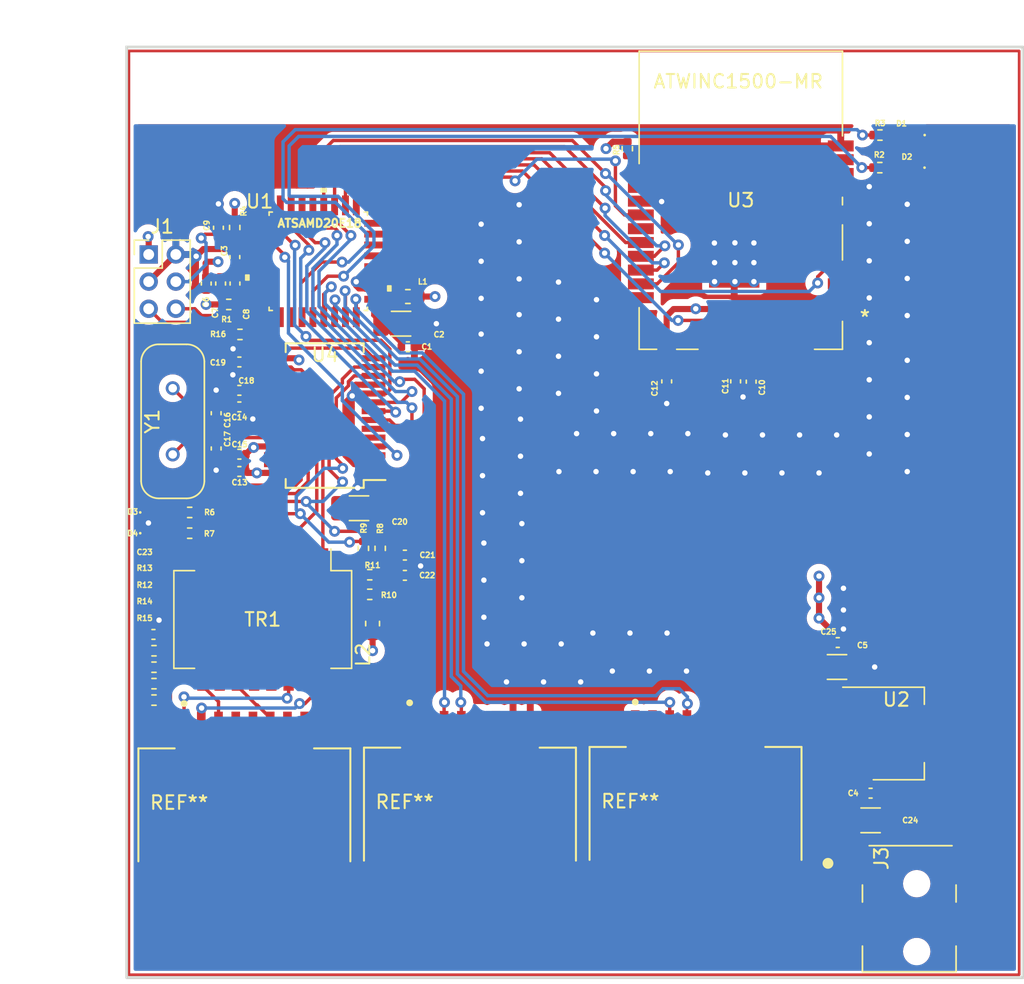
<source format=kicad_pcb>
(kicad_pcb (version 20211014) (generator pcbnew)
  (title_block (title "USMR Engineering Board") (date "2022-11-10") (rev "v1.3") (company "DCA"))
  (layers (0 "F.Cu" signal) (1 "In1.Cu" signal) (2 "In2.Cu" signal) (31 "B.Cu" signal) (34 "B.Paste" user) (35 "F.Paste" user) (36 "B.SilkS" user "B.Silkscreen") (37 "F.SilkS" user "F.Silkscreen") (38 "B.Mask" user) (39 "F.Mask" user) (44 "Edge.Cuts" user))
  (net 0 "")
  (net 1 "Net-(C1-Pad1)")
  (net 2 "GND")
  (net 3 "Net-(C3-Pad1)")
  (net 4 "Net-(C24-Pad1)")
  (net 5 "VDD")
  (net 6 "Net-(C9-Pad1)")
  (net 7 "Net-(C10-Pad1)")
  (net 8 "Net-(C16-Pad2)")
  (net 9 "Net-(C17-Pad2)")
  (net 10 "Net-(C20-Pad1)")
  (net 11 "Net-(C21-Pad1)")
  (net 12 "Net-(C22-Pad1)")
  (net 13 "Net-(C23-Pad1)")
  (net 14 "Net-(D1-Pad2)")
  (net 15 "Net-(D2-Pad2)")
  (net 16 "Net-(D3-Pad2)")
  (net 17 "Net-(D4-Pad2)")
  (net 18 "Net-(J1-Pad5)")
  (net 19 "Net-(J1-Pad6)")
  (net 20 "Net-(J2-Pad1)")
  (net 21 "Net-(J2-Pad2)")
  (net 22 "Net-(J2-Pad3)")
  (net 23 "Net-(J2-Pad4)")
  (net 24 "Net-(J2-Pad6)")
  (net 25 "Net-(J2-Pad7)")
  (net 26 "SENSOR1_IN")
  (net 27 "SENSOR1_OUT")
  (net 28 "Net-(R5-Pad2)")
  (net 29 "Net-(R6-Pad1)")
  (net 30 "Net-(R7-Pad2)")
  (net 31 "Net-(R8-Pad1)")
  (net 32 "Net-(R9-Pad2)")
  (net 33 "Net-(R10-Pad1)")
  (net 34 "Net-(R11-Pad2)")
  (net 35 "Net-(R12-Pad1)")
  (net 36 "Net-(R13-Pad1)")
  (net 37 "Net-(R16-Pad1)")
  (net 39 "ENC_EXTINT")
  (net 40 "WINC_EXTINT")
  (net 41 "ENC_RESET")
  (net 42 "WINC_RESET")
  (net 43 "WINC_WAKE")
  (net 44 "WINC_CHIP_EN")
  (net 45 "SENSOR2_IN")
  (net 46 "SENSOR2_OUT")
  (net 47 "ENC_MOSI")
  (net 48 "ENC_MISO")
  (net 49 "ENC_SCK")
  (net 50 "ENC_SS")
  (net 53 "WINC_MOSI")
  (net 54 "WINC_MISO")
  (net 55 "WINC_SS")
  (net 56 "Net-(U1-Pad3)")
  (net 59 "WINC_SCK")
  (net 76 "Net-(U1-Pad4)")
  (footprint "Capacitor_SMD:C_0402_1005Metric" (layer "F.Cu") (at 206.839999 109.639999 -90)
    (fp_text reference "C6")
    (fp_text value "100nF")
  )
  (footprint "Capacitor_SMD:C_0402_1005Metric" (layer "F.Cu") (at 221.48 129.656668)
    (fp_text reference "C21")
    (fp_text value "0.1uF")
  )
  (footprint "Capacitor_SMD:C_0402_1005Metric" (layer "F.Cu") (at 209.281645 115.421601 180)
    (fp_text reference "C19")
    (fp_text value "100nF")
  )
  (footprint "Transformer_SMD:Transformer_Ethernet_Bourns_PT61017PEL" (layer "F.Cu") (at 211.005 134.4 -90)
    (fp_text reference "TR1")
    (fp_text value "1:1CT")
  )
  (footprint "Capacitor_SMD:C_1206_3216Metric" (layer "F.Cu") (at 218.1 126.2 180)
    (fp_text reference "C20")
    (fp_text value "10uF")
  )
  (footprint "Capacitor_SMD:C_0402_1005Metric" (layer "F.Cu") (at 209.281645 117.511601 180)
    (fp_text reference "C18")
    (fp_text value "100nF")
  )
  (footprint "LED_SMD:LED_0402_1005Metric" (layer "F.Cu") (at 203.065965 126.508944)
    (fp_text reference "D3")
    (fp_text value "LED")
  )
  (footprint "Resistor_SMD:R_0402_1005Metric" (layer "F.Cu") (at 205.620965 126.508944 180)
    (fp_text reference "R6")
    (fp_text value "330Ω")
  )
  (footprint "Resistor_SMD:R_0402_1005Metric" (layer "F.Cu") (at 219.66 129.156668 -90)
    (fp_text reference "R8")
    (fp_text value "50Ω")
  )
  (footprint "eec:Amphenol_ICC-RJLSE4208101T-MFG" (layer "F.Cu") (at 226.275 152.480275)
    (fp_text reference "REF**")
    (fp_text value "")
  )
  (footprint "Capacitor_SMD:C_0402_1005Metric" (layer "F.Cu") (at 221.7 114.3)
    (fp_text reference "C1")
    (fp_text value "100nF")
  )
  (footprint "2022-10-03_01-58-55:ATSAMD20E18A-AU" (layer "F.Cu") (at 215.1 107.999999 90)
    (fp_text reference "U1")
    (fp_text value "ATSAMD20E18")
  )
  (footprint "Capacitor_SMD:C_0402_1005Metric" (layer "F.Cu") (at 209.281645 122.21687)
    (fp_text reference "C15")
    (fp_text value "100nF")
  )
  (footprint "LED_SMD:LED_0402_1005Metric" (layer "F.Cu") (at 258.695 98.7 180)
    (fp_text reference "D1")
    (fp_text value "LED")
  )
  (footprint "LED_SMD:LED_0402_1005Metric" (layer "F.Cu") (at 258.685 101.1 180)
    (fp_text reference "D2")
    (fp_text value "LED")
  )
  (footprint "Capacitor_SMD:C_0402_1005Metric" (layer "F.Cu") (at 207.571645 121.796601 90)
    (fp_text reference "C17")
    (fp_text value "18pF")
  )
  (footprint "Capacitor_SMD:C_0402_1005Metric" (layer "F.Cu") (at 207.571645 119.196601 -90)
    (fp_text reference "C16")
    (fp_text value "18pF")
  )
  (footprint "barrel:CUI_PJ-018H-SMT-TR" (layer "F.Cu") (at 254.648911 152.368819 90)
    (fp_text reference "J3")
    (fp_text value "Barrel_Jack_Switch")
  )
  (footprint "Capacitor_SMD:C_0402_1005Metric" (layer "F.Cu") (at 207.899999 109.639999 -90)
    (fp_text reference "C7")
    (fp_text value "33nF")
  )
  (footprint "Resistor_SMD:R_0402_1005Metric" (layer "F.Cu") (at 202.99 139.127398 180)
    (fp_text reference "R14")
    (fp_text value "75Ω")
  )
  (footprint "Package_TO_SOT_SMD:SOT-223-3_TabPin2" (layer "F.Cu") (at 257.85 142.8)
    (fp_text reference "U2")
    (fp_text value "LD1117S33TR_SOT223")
  )
  (footprint "Capacitor_SMD:C_1206_3216Metric" (layer "F.Cu") (at 253.325 137.9)
    (fp_text reference "C5")
    (fp_text value "10uF")
  )
  (footprint "Capacitor_SMD:C_0402_1005Metric" (layer "F.Cu") (at 207.739999 105.529999 90)
    (fp_text reference "C9")
    (fp_text value "100nF")
  )
  (footprint "Capacitor_SMD:C_0402_1005Metric" (layer "F.Cu") (at 240.774998 116.852 -90)
    (fp_text reference "C12")
    (fp_text value "100nF")
  )
  (footprint "Resistor_SMD:R_0402_1005Metric" (layer "F.Cu") (at 209.326645 113.391601 180)
    (fp_text reference "R16")
    (fp_text value "2.32kΩ")
  )
  (footprint "Resistor_SMD:R_0402_1005Metric" (layer "F.Cu") (at 208.5 111.181)
    (fp_text reference "R1")
    (fp_text value "1k")
  )
  (footprint "eec:Amphenol_ICC-RJLSE4208101T-MFG" (layer "F.Cu") (at 242.9 152.42755)
    (fp_text reference "REF**")
    (fp_text value "")
  )
  (footprint "Capacitor_SMD:C_0402_1005Metric" (layer "F.Cu") (at 221.48 131.146668)
    (fp_text reference "C22")
    (fp_text value "0.1uF")
  )
  (footprint "Resistor_SMD:R_0402_1005Metric" (layer "F.Cu") (at 202.99 136.702466 180)
    (fp_text reference "R13")
    (fp_text value "75Ω")
  )
  (footprint "ATWINK1500REAL:ATWINC1500-MR210PB1961" (layer "F.Cu") (at 246.234998 103.502)
    (fp_text reference "U3")
    (fp_text value "ATWINC1500-MR")
  )
  (footprint "Capacitor_SMD:C_0402_1005Metric" (layer "F.Cu") (at 246.999513 116.873358 -90)
    (fp_text reference "C10")
    (fp_text value "100nF")
  )
  (footprint "Resistor_SMD:R_0402_1005Metric" (layer "F.Cu") (at 202.99 140.339866 180)
    (fp_text reference "R15")
    (fp_text value "75Ω")
  )
  (footprint "Capacitor_SMD:C_0402_1005Metric" (layer "F.Cu") (at 209.281645 118.731601 180)
    (fp_text reference "C14")
    (fp_text value "100nF")
  )
  (footprint "Resistor_SMD:R_0402_1005Metric" (layer "F.Cu") (at 205.620965 128.038944)
    (fp_text reference "R7")
    (fp_text value "330Ω")
  )
  (footprint "Resistor_SMD:R_0402_1005Metric" (layer "F.Cu") (at 237.869996 99.704 -90)
    (fp_text reference "R5")
    (fp_text value "1M")
  )
  (footprint "eec:Amphenol_ICC-RJLSE4208101T-MFG" (layer "F.Cu") (at 209.65 152.533)
    (fp_text reference "REF**")
    (fp_text value "")
  )
  (footprint "Capacitor_SMD:C_0402_1005Metric" (layer "F.Cu") (at 208.959999 109.639999 -90)
    (fp_text reference "C8")
    (fp_text value "1nF")
  )
  (footprint "Resistor_SMD:R_0402_1005Metric" (layer "F.Cu") (at 218.89 132.546668)
    (fp_text reference "R10")
    (fp_text value "50Ω")
  )
  (footprint "Capacitor_SMD:C_0402_1005Metric" (layer "F.Cu") (at 208.949999 107.689999 90)
    (fp_text reference "C3")
    (fp_text value "1uF")
  )
  (footprint "Resistor_SMD:R_0402_1005Metric" (layer "F.Cu") (at 256.48 101.1 180)
    (fp_text reference "R2")
    (fp_text value "330")
  )
  (footprint "Resistor_SMD:R_0402_1005Metric" (layer "F.Cu") (at 208.939999 105.509999 -90)
    (fp_text reference "R4")
    (fp_text value "10k")
  )
  (footprint "Resistor_SMD:R_0402_1005Metric" (layer "F.Cu") (at 202.99 137.914932 180)
    (fp_text reference "R12")
    (fp_text value "75Ω")
  )
  (footprint "Capacitor_SMD:C_1206_3216Metric" (layer "F.Cu") (at 221.2 112.6)
    (fp_text reference "C2")
    (fp_text value "10uF")
  )
  (footprint "Capacitor_SMD:C_0402_1005Metric" (layer "F.Cu") (at 202.95 135.5)
    (fp_text reference "C23")
    (fp_text value "1nF")
  )
  (footprint "LED_SMD:LED_0402_1005Metric" (layer "F.Cu") (at 203.065965 128.038944)
    (fp_text reference "D4")
    (fp_text value "LED")
  )
  (footprint "Capacitor_SMD:C_0402_1005Metric" (layer "F.Cu") (at 245.854998 116.852 -90)
    (fp_text reference "C11")
    (fp_text value "100nF")
  )
  (footprint "Package_SO:SSOP-28_5.3x10.2mm_P0.65mm" (layer "F.Cu") (at 215.571645 119.371601 180)
    (fp_text reference "U4")
    (fp_text value "ENC28J60")
  )
  (footprint "Capacitor_SMD:C_1206_3216Metric" (layer "F.Cu") (at 255.8 149.2)
    (fp_text reference "C24")
    (fp_text value "10uF")
  )
  (footprint "Connector_PinHeader_2.00mm:PinHeader_2x03_P2.00mm_Vertical" (layer "F.Cu") (at 202.6 107.5)
    (fp_text reference "J1")
    (fp_text value "Conn_02x03_Counter_Clockwise")
  )
  (footprint "Inductor_SMD:L_0603_1608Metric" (layer "F.Cu") (at 219.1 134.7 -90)
    (fp_text reference "L2")
    (fp_text value "10uH")
  )
  (footprint "Resistor_SMD:R_0402_1005Metric" (layer "F.Cu") (at 218.42 129.156668 90)
    (fp_text reference "R9")
    (fp_text value "50Ω")
  )
  (footprint "Capacitor_SMD:C_0402_1005Metric" (layer "F.Cu") (at 253.38 136.1)
    (fp_text reference "C25")
    (fp_text value "0.1uF")
  )
  (footprint "Capacitor_SMD:C_0402_1005Metric" (layer "F.Cu") (at 209.281645 123.491601)
    (fp_text reference "C13")
    (fp_text value "100nF")
  )
  (footprint "Inductor_SMD:L_0603_1608Metric" (layer "F.Cu") (at 221.7 110.6 180)
    (fp_text reference "L1")
    (fp_text value "10uH")
  )
  (footprint "osc:XTAL_ECS-160-20-4X" (layer "F.Cu") (at 204.371645 119.796601 90)
    (fp_text reference "Y1")
    (fp_text value "25MHz")
  )
  (footprint "Resistor_SMD:R_0402_1005Metric" (layer "F.Cu") (at 218.89 131.1 180)
    (fp_text reference "R11")
    (fp_text value "50Ω")
  )
  (footprint "Capacitor_SMD:C_0402_1005Metric" (layer "F.Cu") (at 255.8 147.2)
    (fp_text reference "C4")
    (fp_text value "0.1uF")
  )
  (footprint "Resistor_SMD:R_0402_1005Metric" (layer "F.Cu") (at 256.49 98.7 180)
    (fp_text reference "R3")
    (fp_text value "330")
  )
  (gr_rect (start 201.14 92.5) (end 266.75 160.58) (layer "F.Cu") (width 0.2) (fill none))
  (gr_rect (start 200.98 92.21) (end 267.02 160.8) (layer "Edge.Cuts") (width 0.2) (fill none))
  (gr_text "DCA" (at 265.2 114.9 90) (layer "F.Cu") (effects (font (size 2 2) (thickness 0.3) italic)))
  (gr_text "ENGINEERING BOARD v1.4\n" (at 265.52 128.08 90) (layer "F.Cu") (effects (font (size 1 1) (thickness 0.25) italic)))
  (segment (start 219.118998 110.799998) (end 219.118998 111.993998) (width 0.25) (layer "F.Cu") (net 1))
  (segment (start 221.22 114.095) (end 219.725 112.6) (width 0.25) (layer "F.Cu") (net 1))
  (segment (start 219.318996 110.6) (end 219.118998 110.799998) (width 0.25) (layer "F.Cu") (net 1))
  (segment (start 219.118998 111.993998) (end 219.725 112.6) (width 0.25) (layer "F.Cu") (net 1))
  (segment (start 221.22 114.3) (end 221.22 114.095) (width 0.25) (layer "F.Cu") (net 1))
  (segment (start 220.9125 110.6) (end 219.318996 110.6) (width 0.25) (layer "F.Cu") (net 1))
  (segment (start 207.571645 122.276601) (end 208.741914 122.276601) (width 0.45) (layer "F.Cu") (net 2))
  (segment (start 246.075 143.46135) (end 247.345 143.46135) (width 0.5) (layer "F.Cu") (net 2))
  (segment (start 222.18 113.095) (end 222.675 112.6) (width 0.45) (layer "F.Cu") (net 2))
  (segment (start 218.1 110) (end 219.118998 110) (width 0.45) (layer "F.Cu") (net 2))
  (segment (start 253.86 136.1) (end 253.86 135.16) (width 0.45) (layer "F.Cu") (net 2))
  (segment (start 208.816645 114.451601) (end 208.816645 115.406601) (width 0.45) (layer "F.Cu") (net 2))
  (segment (start 210.497145 119.396601) (end 210.271645 119.622101) (width 0.45) (layer "F.Cu") (net 2))
  (segment (start 202.580965 128.038944) (end 202.580965 127.287281) (width 0.45) (layer "F.Cu") (net 2))
  (segment (start 207.571645 118.716601) (end 207.571645 117.496601) (width 0.45) (layer "F.Cu") (net 2))
  (segment (start 254.6 140.5) (end 254.6 138.1) (width 0.45) (layer "F.Cu") (net 2))
  (segment (start 217.596444 117.673914) (end 217.596444 117.9214) (width 0.45) (layer "F.Cu") (net 2))
  (segment (start 222.18 114.3) (end 222.18 113.095) (width 0.45) (layer "F.Cu") (net 2))
  (segment (start 206.629998 107.1) (end 208.85 107.1) (width 0.45) (layer "F.Cu") (net 2))
  (segment (start 217.1 122.3) (end 217.1 118.417844) (width 0.45) (layer "F.Cu") (net 2))
  (segment (start 207.571645 122.276601) (end 207.571645 123.396601) (width 0.45) (layer "F.Cu") (net 2))
  (segment (start 211.971645 119.396601) (end 210.497145 119.396601) (width 0.45) (layer "F.Cu") (net 2))
  (segment (start 253.86 136.1) (end 253.86 136.96) (width 0.45) (layer "F.Cu") (net 2))
  (segment (start 247.2 108.1) (end 247.192 108.092) (width 0.45) (layer "F.Cu") (net 2))
  (segment (start 208.801645 117.466601) (end 208.801645 117.511601) (width 0.45) (layer "F.Cu") (net 2))
  (segment (start 207.571645 118.716601) (end 208.786645 118.716601) (width 0.45) (layer "F.Cu") (net 2))
  (segment (start 207.739999 105.049999) (end 207.739999 103.769999) (width 0.45) (layer "F.Cu") (net 2))
  (segment (start 208.959999 110.119999) (end 207.899999 110.119999) (width 0.45) (layer "F.Cu") (net 2))
  (segment (start 253.86 136.96) (end 254.8 137.9) (width 0.45) (layer "F.Cu") (net 2))
  (segment (start 217.890884 109.507032) (end 217.890884 109.790884) (width 0.45) (layer "F.Cu") (net 2))
  (segment (start 207.666645 123.491601) (end 207.571645 123.396601) (width 0.45) (layer "F.Cu") (net 2))
  (segment (start 246.38 117.98) (end 246.4 118) (width 0.45) (layer "F.Cu") (net 2))
  (segment (start 246.38 117.38) (end 246.38 117.98) (width 0.45) (layer "F.Cu") (net 2))
  (segment (start 208.801645 115.421601) (end 208.801645 116.366601) (width 0.45) (layer "F.Cu") (net 2))
  (segment (start 208.801645 117.511601) (end 207.586645 117.511601) (width 0.45) (layer "F.Cu") (net 2))
  (segment (start 205.97 107.5) (end 206.099999 107.629999) (width 0.45) (layer "F.Cu") (net 2))
  (segment (start 206.080498 107.6495) (end 206.099999 107.629999) (width 0.45) (layer "F.Cu") (net 2))
  (segment (start 208.816645 115.406601) (end 208.801645 115.421601) (width 0.45) (layer "F.Cu") (net 2))
  (segment (start 229.45 143.514075) (end 230.72 143.514075) (width 0.5) (layer "F.Cu") (net 2))
  (segment (start 217.871645 117.096601) (end 217.871645 117.398713) (width 0.45) (layer "F.Cu") (net 2))
  (segment (start 206.279999 110.119999) (end 206.080498 109.920498) (width 0.45) (layer "F.Cu") (net 2))
  (segment (start 203.385824 134.472943) (end 203.361103 134.448222) (width 0.45) (layer "F.Cu") (net 2))
  (segment (start 208.85 107.1) (end 208.959999 107.209999) (width 0.45) (layer "F.Cu") (net 2))
  (segment (start 219.171645 117.096601) (end 217.871645 117.096601) (width 0.45) (layer "F.Cu") (net 2))
  (segment (start 222.574102 130.51833) (end 222.637843 130.454589) (width 0.45) (layer "F.Cu") (net 2))
  (segment (start 211.971645 119.396601) (end 211.971645 119.046601) (width 0.45) (layer "F.Cu") (net 2))
  (segment (start 202.580965 126.508944) (end 202.580965 127.287281) (width 0.45) (layer "F.Cu") (net 2))
  (segment (start 222.675 112.6) (end 223.8 112.6) (width 0.45) (layer "F.Cu") (net 2))
  (segment (start 206.839999 110.119999) (end 206.279999 110.119999) (width 0.45) (layer "F.Cu") (net 2))
  (segment (start 214.1 118.4) (end 213.453399 119.046601) (width 0.45) (layer "F.Cu") (net 2))
  (segment (start 217.1 118.417844) (end 217.596444 117.9214) (width 0.45) (layer "F.Cu") (net 2))
  (segment (start 254.8 137.9) (end 256.1 137.9) (width 0.45) (layer "F.Cu") (net 2))
  (segment (start 217.746601 122.946601) (end 217.1 122.3) (width 0.45) (layer "F.Cu") (net 2))
  (segment (start 203.385824 135.5) (end 203.385824 134.472943) (width 0.45) (layer "F.Cu") (net 2))
  (segment (start 208.786645 118.716601) (end 208.801645 118.731601) (width 0.45) (layer "F.Cu") (net 2))
  (segment (start 253.8 133.7) (end 253.8 132.1) (width 0.45) (layer "F.Cu") (net 2))
  (segment (start 209.669999 107.209999) (end 210.06 107.6) (width 0.45) (layer "F.Cu") (net 2))
  (segment (start 238.869996 103.57) (end 240.37 103.57) (width 0.45) (layer "F.Cu") (net 2))
  (segment (start 208.810965 123.500921) (end 208.801645 123.491601) (width 0.45) (layer "F.Cu") (net 2))
  (segment (start 208.741914 122.276601) (end 208.801645 122.21687) (width 0.45) (layer "F.Cu") (net 2))
  (segment (start 247.192 108.092) (end 245.749998 108.092) (width 0.45) (layer "F.Cu") (net 2))
  (segment (start 221.96 129.656668) (end 221.96 130.51833) (width 0.45) (layer "F.Cu") (net 2))
  (segment (start 208.959999 107.209999) (end 209.669999 107.209999) (width 0.45) (layer "F.Cu") (net 2))
  (segment (start 213.396601 117.096601) (end 214.1 117.8) (width 0.45) (layer "F.Cu") (net 2))
  (segment (start 208.801645 123.491601) (end 207.666645 123.491601) (width 0.45) (layer "F.Cu") (net 2))
  (segment (start 217.871645 117.398713) (end 217.596444 117.673914) (width 0.45) (layer "F.Cu") (net 2))
  (segment (start 213.453399 119.046601) (end 211.971645 119.046601) (width 0.45) (layer "F.Cu") (net 2))
  (segment (start 247 117.38) (end 246.38 117.38) (width 0.45) (layer "F.Cu") (net 2))
  (segment (start 208.801645 123.491601) (end 208.801645 122.21687) (width 0.45) (layer "F.Cu") (net 2))
  (segment (start 214.1 117.8) (end 214.1 118.4) (width 0.45) (layer "F.Cu") (net 2))
  (segment (start 211.971645 117.096601) (end 213.396601 117.096601) (width 0.45) (layer "F.Cu") (net 2))
  (segment (start 219.171645 122.946601) (end 217.746601 122.946601) (width 0.45) (layer "F.Cu") (net 2))
  (segment (start 246.38 117.38) (end 245.902998 117.38) (width 0.45) (layer "F.Cu") (net 2))
  (segment (start 216.625 126.2) (end 218 124.825) (width 0.45) (layer "F.Cu") (net 2))
  (segment (start 206.080498 109.920498) (end 206.080498 107.6495) (width 0.45) (layer "F.Cu") (net 2))
  (segment (start 245.902998 117.38) (end 245.854998 117.332) (width 0.45) (layer "F.Cu") (net 2))
  (segment (start 240.37 103.57) (end 240.4 103.6) (width 0.45) (layer "F.Cu") (net 2))
  (segment (start 204.6 107.5) (end 205.97 107.5) (width 0.45) (layer "F.Cu") (net 2))
  (segment (start 207.899999 110.119999) (end 206.839999 110.119999) (width 0.45) (layer "F.Cu") (net 2))
  (segment (start 247.2 108.1) (end 247.2 106.649642) (width 0.45) (layer "F.Cu") (net 2))
  (segment (start 207.586645 117.511601) (end 207.571645 117.496601) (width 0.45) (layer "F.Cu") (net 2))
  (segment (start 221.96 130.51833) (end 221.96 131.146668) (width 0.45) (layer "F.Cu") (net 2))
  (segment (start 263.2 153) (end 263.298911 152.368819) (width 0.45) (layer "F.Cu") (net 2))
  (segment (start 240.774998 117.332) (end 240.774998 118.482) (width 0.45) (layer "F.Cu") (net 2))
  (segment (start 254.6 138.1) (end 254.8 137.9) (width 0.45) (layer "F.Cu") (net 2))
  (segment (start 221.96 130.51833) (end 222.574102 130.51833) (width 0.45) (layer "F.Cu") (net 2))
  (segment (start 218 124.825) (end 218 124.7) (width 0.45) (layer "F.Cu") (net 2))
  (segment (start 208.801645 117.511601) (end 208.801645 118.731601) (width 0.45) (layer "F.Cu") (net 2))
  (segment (start 217.890884 109.790884) (end 218.1 110) (width 0.45) (layer "F.Cu") (net 2))
  (segment (start 208.816645 113.391601) (end 208.816645 114.451601) (width 0.45) (layer "F.Cu") (net 2))
  (segment (start 211.971645 119.696601) (end 211.971645 119.396601) (width 0.45) (layer "F.Cu") (net 2))
  (segment (start 208.811914 113.41687) (end 208.801645 113.406601) (width 0.45) (layer "F.Cu") (net 2))
  (segment (start 206.099999 107.629999) (end 206.629998 107.1) (width 0.45) (layer "F.Cu") (net 2))
  (segment (start 210.06 107.6) (end 210.881 107.6) (width 0.45) (layer "F.Cu") (net 2))
  (segment (start 202.6 109.5) (end 204.6 107.5) (width 0.45) (layer "F.Cu") (net 2))
  (segment (start 253.86 135.16) (end 253.8 135.1) (width 0.45) (layer "F.Cu") (net 2))
  (segment (start 208.801645 116.366601) (end 208.801645 117.466601) (width 0.45) (layer "F.Cu") (net 2))
  (segment (start 253.8 135.1) (end 253.8 133.7) (width 0.45) (layer "F.Cu") (net 2))
  (via (at 232.8 117.733334) (size 0.8) (drill 0.4) (layers "F.Cu" "B.Cu") (net 2))
  (via (at 229.9 111.933334) (size 0.8) (drill 0.4) (layers "F.Cu" "B.Cu") (net 2))
  (via (at 258.5 115.3) (size 0.8) (drill 0.4) (layers "F.Cu" "B.Cu") (net 2))
  (via (at 230 125.1) (size 0.8) (drill 0.4) (layers "F.Cu" "B.Cu") (net 2))
  (via (at 255.7 110.7) (size 0.8) (drill 0.4) (layers "F.Cu" "B.Cu") (net 2))
  (via (at 236.866667 120.7) (size 0.8) (drill 0.4) (layers "F.Cu" "B.Cu") (net 2))
  (via (at 239.6 120.7) (size 0.8) (drill 0.4) (layers "F.Cu" "B.Cu") (net 2))
  (via (at 229.9 103.833334) (size 0.8) (drill 0.4) (layers "F.Cu" "B.Cu") (net 2))
  (via (at 227.1 116.1) (size 0.8) (drill 0.4) (layers "F.Cu" "B.Cu") (net 2))
  (via (at 229.9 117.4) (size 0.8) (drill 0.4) (layers "F.Cu" "B.Cu") (net 2))
  (via (at 258.5 106.533333) (size 0.8) (drill 0.4) (layers "F.Cu" "B.Cu") (net 2))
  (via (at 227.2 126.533334) (size 0.8) (drill 0.4) (layers "F.Cu" "B.Cu") (net 2))
  (via (at 234.433334 139) (size 0.8) (drill 0.4) (layers "F.Cu" "B.Cu") (net 2))
  (via (at 227.1 105.266667) (size 0.8) (drill 0.4) (layers "F.Cu" "B.Cu") (net 2))
  (via (at 247.2 106.649642) (size 0.8) (drill 0.4) (layers "F.Cu" "B.Cu") (net 2))
  (via (at 246.4 118) (size 0.8) (drill 0.4) (layers "F.Cu" "B.Cu") (net 2))
  (via (at 232.8 109.533334) (size 0.8) (drill 0.4) (layers "F.Cu" "B.Cu") (net 2))
  (via (at 235.6 116.3) (size 0.8) (drill 0.4) (layers "F.Cu" "B.Cu") (net 2))
  (via (at 245.8 109.5) (size 0.8) (drill 0.4) (layers "F.Cu" "B.Cu") (net 2))
  (via (at 253.8 133.7) (size 0.8) (drill 0.4) (layers "F.Cu" "B.Cu") (net 2))
  (via (at 230 119.633334) (size 0.8) (drill 0.4) (layers "F.Cu" "B.Cu") (net 2))
  (via (at 217.890884 109.507032) (size 0.8) (drill 0.4) (layers "F.Cu" "B.Cu") (net 2))
  (via (at 229.9 109.3) (size 0.8) (drill 0.4) (layers "F.Cu" "B.Cu") (net 2))
  (via (at 252 123.6) (size 0.8) (drill 0.4) (layers "F.Cu" "B.Cu") (net 2))
  (via (at 222.637843 130.454589) (size 0.8) (drill 0.4) (layers "F.Cu" "B.Cu") (net 2))
  (via (at 218 124.7) (size 0.8) (drill 0.4) (layers "F.Cu" "B.Cu") (net 2))
  (via (at 245.1 120.8) (size 0.8) (drill 0.4) (layers "F.Cu" "B.Cu") (net 2))
  (via (at 227.3 134.233334) (size 0.8) (drill 0.4) (layers "F.Cu" "B.Cu") (net 2))
  (via (at 217.596444 117.9214) (size 0.8) (drill 0.4) (layers "F.Cu" "B.Cu") (net 2))
  (via (at 240.774998 118.482) (size 0.8) (drill 0.4) (layers "F.Cu" "B.Cu") (net 2))
  (via (at 210.271645 119.622101) (size 0.8) (drill 0.4) (layers "F.Cu" "B.Cu") (net 2))
  (via (at 232.833334 123.5) (size 0.8) (drill 0.4) (layers "F.Cu" "B.Cu") (net 2))
  (via (at 240.4 103.6) (size 0.8) (drill 0.4) (layers "F.Cu" "B.Cu") (net 2))
  (via (at 227.533334 136.2) (size 0.8) (drill 0.4) (layers "F.Cu" "B.Cu") (net 2))
  (via (at 230 122.366667) (size 0.8) (drill 0.4) (layers "F.Cu" "B.Cu") (net 2))
  (via (at 230.1 132.8) (size 0.8) (drill 0.4) (layers "F.Cu" "B.Cu") (net 2))
  (via (at 230.1 127.333334) (size 0.8) (drill 0.4) (layers "F.Cu" "B.Cu") (net 2))
  (via (at 256.1 137.9) (size 0.8) (drill 0.4) (layers "F.Cu" "B.Cu") (net 2))
  (via (at 244.3 109.5) (size 0.8) (drill 0.4) (layers "F.Cu" "B.Cu") (net 2))
  (via (at 258.5 103.8) (size 0.8) (drill 0.4) (layers "F.Cu" "B.Cu") (net 2))
  (via (at 255.7 119.466666) (size 0.8) (drill 0.4) (layers "F.Cu" "B.Cu") (net 2))
  (via (at 235.6 113.566667) (size 0.8) (drill 0.4) (layers "F.Cu" "B.Cu") (net 2))
  (via (at 223.8 112.6) (size 0.8) (drill 0.4) (layers "F.Cu" "B.Cu") (net 2))
  (via (at 227.2 121.066667) (size 0.8) (drill 0.4) (layers "F.Cu" "B.Cu") (net 2))
  (via (at 244.288672 106.655663) (size 0.8) (drill 0.4) (layers "F.Cu" "B.Cu") (net 2))
  (via (at 234.133334 120.7) (size 0.8) (drill 0.4) (layers "F.Cu" "B.Cu") (net 2))
  (via (at 253.8 135.1) (size 0.8) (drill 0.4) (layers "F.Cu" "B.Cu") (net 2))
  (via (at 227.3 128.766667) (size 0.8) (drill 0.4) (layers "F.Cu" "B.Cu") (net 2))
  (via (at 206.099999 107.629999) (size 0.8) (drill 0.4) (layers "F.Cu" "B.Cu") (net 2))
  (via (at 255.7 102.5) (size 0.8) (drill 0.4) (layers "F.Cu" "B.Cu") (net 2))
  (via (at 249.266666 123.6) (size 0.8) (drill 0.4) (layers "F.Cu" "B.Cu") (net 2))
  (via (at 245.8 108.1) (size 0.8) (drill 0.4) (layers "F.Cu" "B.Cu") (net 2))
  (via (at 207.571645 117.496601) (size 0.8) (drill 0.4) (layers "F.Cu" "B.Cu") (net 2))
  (via (at 227.1 118.833334) (size 0.8) (drill 0.4) (layers "F.Cu" "B.Cu") (net 2))
  (via (at 255.7 107.966666) (size 0.8) (drill 0.4) (layers "F.Cu" "B.Cu") (net 2))
  (via (at 238.066667 135.4) (size 0.8) (drill 0.4) (layers "F.Cu" "B.Cu") (net 2))
  (via (at 235.6 110.833334) (size 0.8) (drill 0.4) (layers "F.Cu" "B.Cu") (net 2))
  (via (at 230.266667 136.2) (size 0.8) (drill 0.4) (layers "F.Cu" "B.Cu") (net 2))
  (via (at 243.8 123.6) (size 0.8) (drill 0.4) (layers "F.Cu" "B.Cu") (net 2))
  (via (at 228.966667 139) (size 0.8) (drill 0.4) (layers "F.Cu" "B.Cu") (net 2))
  (via (at 258.5 118.033333) (size 0.8) (drill 0.4) (layers "F.Cu" "B.Cu") (net 2))
  (via (at 231.7 139) (size 0.8) (drill 0.4) (layers "F.Cu" "B.Cu") (net 2))
  (via (at 232.8 112.266667) (size 0.8) (drill 0.4) (layers "F.Cu" "B.Cu") (net 2))
  (via (at 246.533333 123.6) (size 0.8) (drill 0.4) (layers "F.Cu" "B.Cu") (net 2))
  (via (at 247.833333 120.8) (size 0.8) (drill 0.4) (layers "F.Cu" "B.Cu") (net 2))
  (via (at 230.1 130.066667) (size 0.8) (drill 0.4) (layers "F.Cu" "B.Cu") (net 2))
  (via (at 227.3 131.5) (size 0.8) (drill 0.4) (layers "F.Cu" "B.Cu") (net 2))
  (via (at 244.3 108.1) (size 0.8) (drill 0.4) (layers "F.Cu" "B.Cu") (net 2))
  (via (at 258.5 109.266666) (size 0.8) (drill 0.4) (layers "F.Cu" "B.Cu") (net 2))
  (via (at 258.5 120.766666) (size 0.8) (drill 0.4) (layers "F.Cu" "B.Cu") (net 2))
  (via (at 233 136.2) (size 0.8) (drill 0.4) (layers "F.Cu" "B.Cu") (net 2))
  (via (at 235.6 119.033334) (size 0.8) (drill 0.4) (layers "F.Cu" "B.Cu") (net 2))
  (via (at 236.766667 138.2) (size 0.8) (drill 0.4) (layers "F.Cu" "B.Cu") (net 2))
  (via (at 255.7 122.2) (size 0.8) (drill 0.4) (layers "F.Cu" "B.Cu") (net 2))
  (via (at 202.580965 127.287281) (size 0.8) (drill 0.4) (layers "F.Cu" "B.Cu") (net 2))
  (via (at 255.7 105.233333) (size 0.8) (drill 0.4) (layers "F.Cu" "B.Cu") (net 2))
  (via (at 255.7 114) (size 0.8) (drill 0.4) (layers "F.Cu" "B.Cu") (net 2))
  (via (at 227.1 113.366667) (size 0.8) (drill 0.4) (layers "F.Cu" "B.Cu") (net 2))
  (via (at 227.1 110.733334) (size 0.8) (drill 0.4) (layers "F.Cu" "B.Cu") (net 2))
  (via (at 207.739999 103.769999) (size 0.8) (drill 0.4) (layers "F.Cu" "B.Cu") (net 2))
  (via (at 240.8 135.4) (size 0.8) (drill 0.4) (layers "F.Cu" "B.Cu") (net 2))
  (via (at 227.2 123.8) (size 0.8) (drill 0.4) (layers "F.Cu" "B.Cu") (net 2))
  (via (at 207.571645 123.396601) (size 0.8) (drill 0.4) (layers "F.Cu" "B.Cu") (net 2))
  (via (at 208.801645 116.366601) (size 0.8) (drill 0.4) (layers "F.Cu" "B.Cu") (net 2))
  (via (at 235.333334 135.4) (size 0.8) (drill 0.4) (layers "F.Cu" "B.Cu") (net 2))
  (via (at 245.8 106.640884) (size 0.8) (drill 0.4) (layers "F.Cu" "B.Cu") (net 2))
  (via (at 242.333334 120.7) (size 0.8) (drill 0.4) (layers "F.Cu" "B.Cu") (net 2))
  (via (at 208.816645 114.451601) (size 0.8) (drill 0.4) (layers "F.Cu" "B.Cu") (net 2))
  (via (at 229.9 106.566667) (size 0.8) (drill 0.4) (layers "F.Cu" "B.Cu") (net 2))
  (via (at 239.5 138.2) (size 0.8) (drill 0.4) (layers "F.Cu" "B.Cu") (net 2))
  (via (at 235.566667 123.5) (size 0.8) (drill 0.4) (layers "F.Cu" "B.Cu") (net 2))
  (via (at 247.2 108.1) (size 0.8) (drill 0.4) (layers "F.Cu" "B.Cu") (net 2))
  (via (at 227.1 108) (size 0.8) (drill 0.4) (layers "F.Cu" "B.Cu") (net 2))
  (via (at 241.033334 123.5) (size 0.8) (drill 0.4) (layers "F.Cu" "B.Cu") (net 2))
  (via (at 253.3 120.8) (size 0.8) (drill 0.4) (layers "F.Cu" "B.Cu") (net 2))
  (via (at 258.5 112) (size 0.8) (drill 0.4) (layers "F.Cu" "B.Cu") (net 2))
  (via (at 203.361103 134.448222) (size 0.8) (drill 0.4) (layers "F.Cu" "B.Cu") (net 2))
  (via (at 229.9 114.666667) (size 0.8) (drill 0.4) (layers "F.Cu" "B.Cu") (net 2))
  (via (at 255.7 116.733333) (size 0.8) (drill 0.4) (layers "F.Cu" "B.Cu") (net 2))
  (via (at 250.566666 120.8) (size 0.8) (drill 0.4) (layers "F.Cu" "B.Cu") (net 2))
  (via (at 238.3 123.5) (size 0.8) (drill 0.4) (layers "F.Cu" "B.Cu") (net 2))
  (via (at 253.8 132.1) (size 0.8) (drill 0.4) (layers "F.Cu" "B.Cu") (net 2))
  (via (at 258.5 123.5) (size 0.8) (drill 0.4) (layers "F.Cu" "B.Cu") (net 2))
  (via (at 232.8 115) (size 0.8) (drill 0.4) (layers "F.Cu" "B.Cu") (net 2))
  (via (at 242.233334 138.2) (size 0.8) (drill 0.4) (layers "F.Cu" "B.Cu") (net 2))
  (via (at 247.2 109.5) (size 0.8) (drill 0.4) (layers "F.Cu" "B.Cu") (net 2))
  (segment (start 209.919998 108.399998) (end 209.689999 108.169999) (width 0.25) (layer "F.Cu") (net 3))
  (segment (start 209.689999 108.169999) (end 208.959999 108.169999) (width 0.25) (layer "F.Cu") (net 3))
  (segment (start 210.881 108.399998) (end 209.919998 108.399998) (width 0.25) (layer "F.Cu") (net 3))
  (segment (start 254.648911 149.523911) (end 254.325 149.2) (width 0.5) (layer "F.Cu") (net 4))
  (segment (start 254.325 149.2) (end 242.4 149.2) (width 0.5) (layer "F.Cu") (net 4))
  (segment (start 221.83 143.514075) (end 222.585925 143.514075) (width 0.5) (layer "F.Cu") (net 4))
  (segment (start 223.1 145.836475) (end 223.1 143.514075) (width 0.5) (layer "F.Cu") (net 4))
  (segment (start 226.463525 149.2) (end 242.4 149.2) (width 0.5) (layer "F.Cu") (net 4))
  (segment (start 254.648911 152.368819) (end 254.648911 149.523911) (width 0.5) (layer "F.Cu") (net 4))
  (segment (start 239.725 146.525) (end 239.725 143.46135) (width 0.5) (layer "F.Cu") (net 4))
  (segment (start 242.4 149.2) (end 239.725 146.525) (width 0.5) (layer "F.Cu") (net 4))
  (segment (start 254.325 148.195) (end 255.32 147.2) (width 0.5) (layer "F.Cu") (net 4))
  (segment (start 254.325 149.2) (end 254.325 148.195) (width 0.5) (layer "F.Cu") (net 4))
  (segment (start 238.455 143.46135) (end 239.725 143.46135) (width 0.5) (layer "F.Cu") (net 4))
  (segment (start 254.7 146.58) (end 255.32 147.2) (width 0.5) (layer "F.Cu") (net 4))
  (segment (start 222.585925 143.514075) (end 223.1 143.514075) (width 0.5) (layer "F.Cu") (net 4))
  (segment (start 254.7 145.1) (end 254.7 146.58) (width 0.5) (layer "F.Cu") (net 4))
  (segment (start 226.463525 149.2) (end 223.1 145.836475) (width 0.5) (layer "F.Cu") (net 4))
  (segment (start 245.854998 116.372) (end 245.854998 114.367001) (width 0.45) (layer "F.Cu") (net 5))
  (segment (start 208.959999 109.159999) (end 207.899999 109.159999) (width 0.45) (layer "F.Cu") (net 5))
  (segment (start 210.331914 121.646601) (end 211.971645 121.646601) (width 0.45) (layer "F.Cu") (net 5))
  (segment (start 219.1 135.4875) (end 219.1 136.7) (width 0.45) (layer "F.Cu") (net 5))
  (segment (start 209.771645 118.731601) (end 210.106645 118.396601) (width 0.45) (layer "F.Cu") (net 5))
  (segment (start 252 132.8) (end 252 134.3) (width 0.45) (layer "F.Cu") (net 5))
  (segment (start 210.106645 118.396601) (end 211.971645 118.396601) (width 0.45) (layer "F.Cu") (net 5))
  (segment (start 254.7 142.8) (end 261 142.8) (width 0.45) (layer "F.Cu") (net 5))
  (segment (start 209.771645 123.491601) (end 209.876645 123.596601) (width 0.45) (layer "F.Cu") (net 5))
  (segment (start 222.4875 110.6) (end 223.7 110.6) (width 0.45) (layer "F.Cu") (net 5))
  (segment (start 207.899999 109.159999) (end 206.839999 109.159999) (width 0.45) (layer "F.Cu") (net 5))
  (segment (start 252.9 136.85) (end 251.85 137.9) (width 0.45) (layer "F.Cu") (net 5))
  (segment (start 254.6 142.8) (end 254.7 142.8) (width 0.45) (layer "F.Cu") (net 5))
  (segment (start 210.046645 115.146601) (end 211.971645 115.146601) (width 0.45) (layer "F.Cu") (net 5))
  (segment (start 211.971645 115.146601) (end 213.550431 115.146601) (width 0.45) (layer "F.Cu") (net 5))
  (segment (start 252.3 140.5) (end 254.6 142.8) (width 0.45) (layer "F.Cu") (net 5))
  (segment (start 209.876645 123.596601) (end 210.571645 123.596601) (width 0.45) (layer "F.Cu") (net 5))
  (segment (start 209.669999 109.199999) (end 209.629999 109.159999) (width 0.45) (layer "F.Cu") (net 5))
  (segment (start 202.56 106.18) (end 202.6 106.22) (width 0.45) (layer "F.Cu") (net 5))
  (segment (start 206.8 109.12) (end 206.8 108.139998) (width 0.45) (layer "F.Cu") (net 5))
  (segment (start 245.849998 114.362001) (end 245.849998 112.127501) (width 0.45) (layer "F.Cu") (net 5))
  (segment (start 210.881 109.199999) (end 209.669999 109.199999) (width 0.45) (layer "F.Cu") (net 5))
  (segment (start 202.6 106.22) (end 202.6 107.5) (width 0.45) (layer "F.Cu") (net 5))
  (segment (start 240.774998 114.367001) (end 240.769998 114.362001) (width 0.45) (layer "F.Cu") (net 5))
  (segment (start 208.939999 104.999999) (end 208.939999 103.729999) (width 0.45) (layer "F.Cu") (net 5))
  (segment (start 209.771645 115.421601) (end 210.046645 115.146601) (width 0.45) (layer "F.Cu") (net 5))
  (segment (start 242.974998 111.52) (end 241.284998 111.52) (width 0.45) (layer "F.Cu") (net 5))
  (segment (start 252 134.3) (end 252.9 135.2) (width 0.45) (layer "F.Cu") (net 5))
  (segment (start 209.771645 117.511601) (end 210.006645 117.746601) (width 0.45) (layer "F.Cu") (net 5))
  (segment (start 245.849998 112.127501) (end 245.242497 111.52) (width 0.45) (layer "F.Cu") (net 5))
  (segment (start 209.761645 122.21687) (end 209.761645 123.491601) (width 0.45) (layer "F.Cu") (net 5))
  (segment (start 241.284998 111.52) (end 240.769998 112.035) (width 0.45) (layer "F.Cu") (net 5))
  (segment (start 245.242497 111.52) (end 242.974998 111.52) (width 0.45) (layer "F.Cu") (net 5))
  (segment (start 245.854998 114.367001) (end 245.849998 114.362001) (width 0.45) (layer "F.Cu") (net 5))
  (segment (start 240.774998 116.372) (end 240.774998 114.367001) (width 0.45) (layer "F.Cu") (net 5))
  (segment (start 213.550431 115.146601) (end 213.67643 115.2726) (width 0.45) (layer "F.Cu") (net 5))
  (segment (start 206.905499 108.034499) (end 207.709999 108.034499) (width 0.45) (layer "F.Cu") (net 5))
  (segment (start 251.85 137.9) (end 252.3 138.35) (width 0.45) (layer "F.Cu") (net 5))
  (segment (start 236.806049 99.194) (end 237.869996 99.194) (width 0.45) (layer "F.Cu") (net 5))
  (segment (start 210.331914 121.646601) (end 210.331914 121.721101) (width 0.45) (layer "F.Cu") (net 5))
  (segment (start 209.761645 117.511601) (end 209.761645 115.421601) (width 0.45) (layer "F.Cu") (net 5))
  (segment (start 252.9 136.1) (end 252.9 136.85) (width 0.45) (layer "F.Cu") (net 5))
  (segment (start 252.9 135.2) (end 252.9 136.1) (width 0.45) (layer "F.Cu") (net 5))
  (segment (start 209.629999 109.159999) (end 208.959999 109.159999) (width 0.45) (layer "F.Cu") (net 5))
  (segment (start 206.8 108.139998) (end 206.905499 108.034499) (width 0.45) (layer "F.Cu") (net 5))
  (segment (start 210.571645 123.596601) (end 211.971645 123.596601) (width 0.45) (layer "F.Cu") (net 5))
  (segment (start 209.761645 122.21687) (end 210.331914 121.646601) (width 0.45) (layer "F.Cu") (net 5))
  (segment (start 240.769998 114.362001) (end 240.769998 112.035) (width 0.45) (layer "F.Cu") (net 5))
  (segment (start 252.3 138.35) (end 252.3 140.5) (width 0.45) (layer "F.Cu") (net 5))
  (segment (start 206.839999 109.159999) (end 206.8 109.12) (width 0.45) (layer "F.Cu") (net 5))
  (segment (start 236.300049 99.7) (end 236.806049 99.194) (width 0.45) (layer "F.Cu") (net 5))
  (segment (start 252 131.2) (end 252 132.8) (width 0.45) (layer "F.Cu") (net 5))
  (segment (start 209.761645 118.731601) (end 209.761645 117.511601) (width 0.45) (layer "F.Cu") (net 5))
  (segment (start 210.006645 117.746601) (end 211.971645 117.746601) (width 0.45) (layer "F.Cu") (net 5))
  (segment (start 207.99 111.181) (end 206.83 111.181) (width 0.45) (layer "F.Cu") (net 5))
  (via (at 252 131.2) (size 0.8) (drill 0.4) (layers "F.Cu" "B.Cu") (net 5))
  (via (at 223.7 110.6) (size 0.8) (drill 0.4) (layers "F.Cu" "B.Cu") (net 5))
  (via (at 242.914998 111.5) (size 0.8) (drill 0.4) (layers "F.Cu" "B.Cu") (net 5))
  (via (at 210.571645 123.596601) (size 0.8) (drill 0.4) (layers "F.Cu" "B.Cu") (net 5))
  (via (at 213.67643 115.2726) (size 0.8) (drill 0.4) (layers "F.Cu" "B.Cu") (net 5))
  (via (at 210.331914 121.721101) (size 0.8) (drill 0.4) (layers "F.Cu" "B.Cu") (net 5))
  (via (at 206.83 111.181) (size 0.8) (drill 0.4) (layers "F.Cu" "B.Cu") (net 5))
  (via (at 219.1 136.7) (size 0.8) (drill 0.4) (layers "F.Cu" "B.Cu") (net 5))
  (via (at 208.939999 103.729999) (size 0.8) (drill 0.4) (layers "F.Cu" "B.Cu") (net 5))
  (via (at 207.709999 108.034499) (size 0.8) (drill 0.4) (layers "F.Cu" "B.Cu") (net 5))
  (via (at 202.56 106.18) (size 0.8) (drill 0.4) (layers "F.Cu" "B.Cu") (net 5))
  (via (at 252 134.3) (size 0.8) (drill 0.4) (layers "F.Cu" "B.Cu") (net 5))
  (via (at 236.300049 99.7) (size 0.8) (drill 0.4) (layers "F.Cu" "B.Cu") (net 5))
  (via (at 252 132.8) (size 0.8) (drill 0.4) (layers "F.Cu" "B.Cu") (net 5))
  (segment (start 206.750219 106.009999) (end 206.468809 106.291409) (width 0.25) (layer "F.Cu") (net 6))
  (segment (start 209.679999 106.019999) (end 208.939999 106.019999) (width 0.25) (layer "F.Cu") (net 6))
  (segment (start 207.739999 106.009999) (end 206.750219 106.009999) (width 0.25) (layer "F.Cu") (net 6))
  (segment (start 209.7 105.999998) (end 209.679999 106.019999) (width 0.25) (layer "F.Cu") (net 6))
  (segment (start 207.749999 106.019999) (end 207.739999 106.009999) (width 0.25) (layer "F.Cu") (net 6))
  (segment (start 210.881 105.999998) (end 209.7 105.999998) (width 0.25) (layer "F.Cu") (net 6))
  (segment (start 208.939999 106.019999) (end 207.749999 106.019999) (width 0.25) (layer "F.Cu") (net 6))
  (via (at 206.468809 106.291409) (size 0.8) (drill 0.4) (layers "F.Cu" "B.Cu") (net 6))
  (segment (start 205.554594 109.5) (end 206.824999 108.229595) (width 0.25) (layer "B.Cu") (net 6))
  (segment (start 204.6 109.5) (end 205.554594 109.5) (width 0.25) (layer "B.Cu") (net 6))
  (segment (start 206.824999 108.229595) (end 206.824999 106.647599) (width 0.25) (layer "B.Cu") (net 6))
  (segment (start 206.824999 106.647599) (end 206.468809 106.291409) (width 0.25) (layer "B.Cu") (net 6))
  (segment (start 247 114.496003) (end 246.865998 114.362001) (width 0.25) (layer "F.Cu") (net 7))
  (segment (start 247 116.42) (end 247 114.496003) (width 0.25) (layer "F.Cu") (net 7))
  (segment (start 206.691645 119.676601) (end 207.571645 119.676601) (width 0.25) (layer "F.Cu") (net 8))
  (segment (start 208.241645 120.346601) (end 211.971645 120.346601) (width 0.25) (layer "F.Cu") (net 8))
  (segment (start 204.371645 117.356601) (end 206.691645 119.676601) (width 0.25) (layer "F.Cu") (net 8))
  (segment (start 207.571645 119.676601) (end 208.241645 120.346601) (width 0.25) (layer "F.Cu") (net 8))
  (segment (start 204.371645 122.236601) (end 205.291645 121.316601) (width 0.25) (layer "F.Cu") (net 9))
  (segment (start 207.571645 121.316601) (end 207.891645 120.996601) (width 0.25) (layer "F.Cu") (net 9))
  (segment (start 205.291645 121.316601) (end 207.571645 121.316601) (width 0.25) (layer "F.Cu") (net 9))
  (segment (start 207.891645 120.996601) (end 211.971645 120.996601) (width 0.25) (layer "F.Cu") (net 9))
  (segment (start 219.171645 125.796645) (end 219.575 126.2) (width 0.25) (layer "F.Cu") (net 10))
  (segment (start 219.171645 123.596601) (end 219.171645 125.796645) (width 0.25) (layer "F.Cu") (net 10))
  (segment (start 221 129.656668) (end 219.67 129.656668) (width 0.25) (layer "F.Cu") (net 11))
  (segment (start 219.67 129.656668) (end 219.66 129.666668) (width 0.25) (layer "F.Cu") (net 11))
  (segment (start 219.66 129.666668) (end 218.42 129.666668) (width 0.25) (layer "F.Cu") (net 11))
  (segment (start 219.4 132.546668) (end 219.4 133.6125) (width 0.25) (layer "F.Cu") (net 12))
  (segment (start 219.4 131.1) (end 220.953332 131.1) (width 0.25) (layer "F.Cu") (net 12))
  (segment (start 214.18 130.47) (end 215.51 131.8) (width 0.25) (layer "F.Cu") (net 12))
  (segment (start 215.51 131.8) (end 219.4 131.8) (width 0.25) (layer "F.Cu") (net 12))
  (segment (start 220.953332 131.1) (end 221 131.146668) (width 0.25) (layer "F.Cu") (net 12))
  (segment (start 219.4 133.6125) (end 219.1 133.9125) (width 0.25) (layer "F.Cu") (net 12))
  (segment (start 219.4 131.1) (end 219.4 132.546668) (width 0.25) (layer "F.Cu") (net 12))
  (segment (start 214.18 130) (end 214.18 130.47) (width 0.25) (layer "F.Cu") (net 12))
  (segment (start 202.47 136.692466) (end 202.48 136.702466) (width 0.25) (layer "F.Cu") (net 13))
  (segment (start 202.435824 140.339866) (end 202.435824 139.0957) (width 0.25) (layer "F.Cu") (net 13))
  (segment (start 202.48 136.702466) (end 202.48 137.914932) (width 0.25) (layer "F.Cu") (net 13))
  (segment (start 202.47 135.5) (end 202.47 136.692466) (width 0.25) (layer "F.Cu") (net 13))
  (segment (start 202.48 137.914932) (end 202.48 139.127398) (width 0.25) (layer "F.Cu") (net 13))
  (segment (start 258.21 98.7) (end 257 98.7) (width 0.25) (layer "F.Cu") (net 14))
  (segment (start 256.99 101.1) (end 258.2 101.1) (width 0.25) (layer "F.Cu") (net 15))
  (segment (start 205.110965 126.508944) (end 203.550965 126.508944) (width 0.25) (layer "F.Cu") (net 16))
  (segment (start 205.110965 128.038944) (end 203.550965 128.038944) (width 0.25) (layer "F.Cu") (net 17))
  (segment (start 210.400002 110.799998) (end 210.881 110.799998) (width 0.25) (layer "F.Cu") (net 18))
  (segment (start 202.6 111.5) (end 203.6 112.5) (width 0.25) (layer "F.Cu") (net 18))
  (segment (start 203.6 112.5) (end 208.7 112.5) (width 0.25) (layer "F.Cu") (net 18))
  (segment (start 208.7 112.5) (end 210.400002 110.799998) (width 0.25) (layer "F.Cu") (net 18))
  (segment (start 209.594999 110.1) (end 209.695001 109.999998) (width 0.25) (layer "F.Cu") (net 19))
  (segment (start 209.01 111.181) (end 209.594999 110.596001) (width 0.25) (layer "F.Cu") (net 19))
  (segment (start 209.594999 110.596001) (end 209.594999 110.1) (width 0.25) (layer "F.Cu") (net 19))
  (segment (start 208.191 112) (end 206.5 112) (width 0.25) (layer "F.Cu") (net 19))
  (segment (start 206 111.5) (end 204.6 111.5) (width 0.25) (layer "F.Cu") (net 19))
  (segment (start 209.695001 109.999998) (end 210.881 109.999998) (width 0.25) (layer "F.Cu") (net 19))
  (segment (start 209.01 111.181) (end 208.191 112) (width 0.25) (layer "F.Cu") (net 19))
  (segment (start 206.5 112) (end 206 111.5) (width 0.25) (layer "F.Cu") (net 19))
  (segment (start 212.91 140.09) (end 212.8 140.2) (width 0.25) (layer "F.Cu") (net 20))
  (segment (start 205.2 140.1) (end 205.205 140.105) (width 0.25) (layer "F.Cu") (net 20))
  (segment (start 205.205 140.105) (end 205.205 143.5668) (width 0.25) (layer "F.Cu") (net 20))
  (segment (start 212.91 138.8) (end 212.91 140.09) (width 0.25) (layer "F.Cu") (net 20))
  (via (at 212.8 140.2) (size 0.8) (drill 0.4) (layers "F.Cu" "B.Cu") (net 20))
  (via (at 205.2 140.1) (size 0.8) (drill 0.4) (layers "F.Cu" "B.Cu") (net 20))
  (segment (start 205.3 140.2) (end 205.2 140.1) (width 0.25) (layer "B.Cu") (net 20))
  (segment (start 212.8 140.2) (end 205.3 140.2) (width 0.25) (layer "B.Cu") (net 20))
  (segment (start 206.475 140.9495) (end 206.475 143.5668) (width 0.25) (layer "F.Cu") (net 21))
  (segment (start 215.45 139.260382) (end 214.115022 140.59536) (width 0.25) (layer "F.Cu") (net 21))
  (segment (start 215.45 138.8) (end 215.45 139.260382) (width 0.25) (layer "F.Cu") (net 21))
  (segment (start 206.5 140.9245) (end 206.475 140.9495) (width 0.25) (layer "F.Cu") (net 21))
  (segment (start 214.115022 140.59536) (end 213.717982 140.59536) (width 0.25) (layer "F.Cu") (net 21))
  (via (at 213.717982 140.59536) (size 0.8) (drill 0.4) (layers "F.Cu" "B.Cu") (net 21))
  (via (at 206.5 140.9245) (size 0.8) (drill 0.4) (layers "F.Cu" "B.Cu") (net 21))
  (segment (start 206.5005 140.925) (end 206.5 140.9245) (width 0.25) (layer "B.Cu") (net 21))
  (segment (start 213.388342 140.925) (end 206.5005 140.925) (width 0.25) (layer "B.Cu") (net 21))
  (segment (start 213.717982 140.59536) (end 213.388342 140.925) (width 0.25) (layer "B.Cu") (net 21))
  (segment (start 206.56 139.27) (end 207.745 140.455) (width 0.25) (layer "F.Cu") (net 22))
  (segment (start 207.745 140.455) (end 207.745 143.5668) (width 0.25) (layer "F.Cu") (net 22))
  (segment (start 206.56 138.8) (end 206.56 139.27) (width 0.25) (layer "F.Cu") (net 22))
  (segment (start 209.015 145.6242) (end 209.015 143.5668) (width 0.25) (layer "F.Cu") (net 23))
  (segment (start 204.5625 146.2667) (end 208.3725 146.2667) (width 0.25) (layer "F.Cu") (net 23))
  (segment (start 204.2 139.839876) (end 204.2 145.9042) (width 0.25) (layer "F.Cu") (net 23))
  (segment (start 210.285 143.5668) (end 209.015 143.5668) (width 0.25) (layer "F.Cu") (net 23))
  (segment (start 204.2 145.9042) (end 204.5625 146.2667) (width 0.25) (layer "F.Cu") (net 23))
  (segment (start 203.453324 139.0932) (end 204.2 139.839876) (width 0.25) (layer "F.Cu") (net 23))
  (segment (start 208.3725 146.2667) (end 209.015 145.6242) (width 0.25) (layer "F.Cu") (net 23))
  (segment (start 209.1 139.27) (end 210.53 140.7) (width 0.25) (layer "F.Cu") (net 24))
  (segment (start 210.53 140.7) (end 210.6 140.7) (width 0.25) (layer "F.Cu") (net 24))
  (segment (start 209.1 138.8) (end 209.1 139.27) (width 0.25) (layer "F.Cu") (net 24))
  (segment (start 211.555 141.655) (end 211.555 143.5668) (width 0.25) (layer "F.Cu") (net 24))
  (segment (start 210.6 140.7) (end 211.555 141.655) (width 0.25) (layer "F.Cu") (net 24))
  (segment (start 203.455824 140.339866) (end 203.455824 145.79642) (width 0.25) (layer "F.Cu") (net 25))
  (segment (start 211.7475 146.7167) (end 212.825 145.6392) (width 0.25) (layer "F.Cu") (net 25))
  (segment (start 203.455824 145.79642) (end 204.376104 146.7167) (width 0.25) (layer "F.Cu") (net 25))
  (segment (start 204.376104 146.7167) (end 211.7475 146.7167) (width 0.25) (layer "F.Cu") (net 25))
  (segment (start 212.825 145.6392) (end 212.825 143.5668) (width 0.25) (layer "F.Cu") (net 25))
  (segment (start 214.095 143.5668) (end 212.825 143.5668) (width 0.25) (layer "F.Cu") (net 25))
  (segment (start 215.499999 112.118998) (end 215.499999 110.436245) (width 0.25) (layer "F.Cu") (net 26))
  (segment (start 224.37 143.514075) (end 224.37 145.586475) (width 0.25) (layer "F.Cu") (net 26))
  (segment (start 227.5525 146.213975) (end 228.18 145.586475) (width 0.25) (layer "F.Cu") (net 26))
  (segment (start 224.37 145.586475) (end 224.9975 146.213975) (width 0.25) (layer "F.Cu") (net 26))
  (segment (start 215.499999 110.436245) (end 216.056047 109.880197) (width 0.25) (layer "F.Cu") (net 26))
  (segment (start 228.18 145.586475) (end 228.18 143.514075) (width 0.25) (layer "F.Cu") (net 26))
  (segment (start 224.37 140.53) (end 224.37 143.514075) (width 0.25) (layer "F.Cu") (net 26))
  (segment (start 224.9975 146.213975) (end 227.5525 146.213975) (width 0.25) (layer "F.Cu") (net 26))
  (segment (start 224.4 140.5) (end 224.37 140.53) (width 0.25) (layer "F.Cu") (net 26))
  (via (at 224.4 140.5) (size 0.8) (drill 0.4) (layers "F.Cu" "B.Cu") (net 26))
  (via (at 216.056047 109.880197) (size 0.8) (drill 0.4) (layers "F.Cu" "B.Cu") (net 26))
  (segment (start 222.2 116.1) (end 224.4 118.3) (width 0.25) (layer "B.Cu") (net 26))
  (segment (start 220.561907 116.1) (end 222.2 116.1) (width 0.25) (layer "B.Cu") (net 26))
  (segment (start 215.603937 111.14203) (end 220.561907 116.1) (width 0.25) (layer "B.Cu") (net 26))
  (segment (start 215.603937 110.332307) (end 215.603937 111.14203) (width 0.25) (layer "B.Cu") (net 26))
  (segment (start 216.056047 109.880197) (end 215.603937 110.332307) (width 0.25) (layer "B.Cu") (net 26))
  (segment (start 224.4 118.3) (end 224.4 140.5) (width 0.25) (layer "B.Cu") (net 26))
  (segment (start 225.64 140.54) (end 225.64 143.514075) (width 0.25) (layer "F.Cu") (net 27))
  (segment (start 216.3 112.118998) (end 216.3 110.870662) (width 0.25) (layer "F.Cu") (net 27))
  (segment (start 225.6 140.5) (end 225.64 140.54) (width 0.25) (layer "F.Cu") (net 27))
  (segment (start 216.3 110.870662) (end 216.328937 110.841725) (width 0.25) (layer "F.Cu") (net 27))
  (segment (start 225.64 143.514075) (end 226.91 143.514075) (width 0.2) (layer "F.Cu") (net 27))
  (via (at 225.6 140.5) (size 0.8) (drill 0.4) (layers "F.Cu" "B.Cu") (net 27))
  (via (at 216.328937 110.841725) (size 0.8) (drill 0.4) (layers "F.Cu" "B.Cu") (net 27))
  (segment (start 225.6 139.3) (end 224.9 138.6) (width 0.25) (layer "B.Cu") (net 27))
  (segment (start 225.6 140.5) (end 225.6 139.3) (width 0.25) (layer "B.Cu") (net 27))
  (segment (start 222.386396 115.65) (end 220.748303 115.65) (width 0.25) (layer "B.Cu") (net 27))
  (segment (start 220.748303 115.65) (end 216.328937 111.230634) (width 0.25) (layer "B.Cu") (net 27))
  (segment (start 224.9 138.6) (end 224.9 118.163604) (width 0.25) (layer "B.Cu") (net 27))
  (segment (start 216.328937 111.230634) (end 216.328937 110.841725) (width 0.25) (layer "B.Cu") (net 27))
  (segment (start 224.9 118.163604) (end 222.386396 115.65) (width 0.25) (layer "B.Cu") (net 27))
  (segment (start 238.869996 101.538) (end 238.869996 101.214) (width 0.25) (layer "F.Cu") (net 28))
  (segment (start 238.869996 101.214) (end 237.869996 100.214) (width 0.25) (layer "F.Cu") (net 28))
  (segment (start 213.096645 122.946601) (end 213.826645 123.676601) (width 0.25) (layer "F.Cu") (net 29))
  (segment (start 208.143308 124.496601) (end 206.130965 126.508944) (width 0.25) (layer "F.Cu") (net 29))
  (segment (start 211.971645 122.946601) (end 213.096645 122.946601) (width 0.25) (layer "F.Cu") (net 29))
  (segment (start 213.826645 123.676601) (end 213.826645 124.113264) (width 0.25) (layer "F.Cu") (net 29))
  (segment (start 213.826645 124.113264) (end 213.443308 124.496601) (width 0.25) (layer "F.Cu") (net 29))
  (segment (start 213.443308 124.496601) (end 208.143308 124.496601) (width 0.25) (layer "F.Cu") (net 29))
  (segment (start 206.130965 127.537281) (end 206.130965 128.038944) (width 0.25) (layer "F.Cu") (net 30))
  (segment (start 214.351645 124.22466) (end 214.351645 123.551601) (width 0.25) (layer "F.Cu") (net 30))
  (segment (start 211.971645 122.296601) (end 213.096645 122.296601) (width 0.25) (layer "F.Cu") (net 30))
  (segment (start 208.549982 125.118264) (end 206.130965 127.537281) (width 0.25) (layer "F.Cu") (net 30))
  (segment (start 213.096645 122.296601) (end 214.351645 123.551601) (width 0.25) (layer "F.Cu") (net 30))
  (segment (start 208.549982 125.118264) (end 213.458041 125.118264) (width 0.25) (layer "F.Cu") (net 30))
  (segment (start 213.458041 125.118264) (end 214.351645 124.22466) (width 0.25) (layer "F.Cu") (net 30))
  (segment (start 219.66 128.646668) (end 218.913332 127.9) (width 0.25) (layer "F.Cu") (net 31))
  (segment (start 216.814588 124.259544) (end 216.887435 124.259544) (width 0.25) (layer "F.Cu") (net 31))
  (segment (start 215.893041 123.337997) (end 216.814588 124.259544) (width 0.25) (layer "F.Cu") (net 31))
  (segment (start 206.56 130) (end 206.56 128.64) (width 0.25) (layer "F.Cu") (net 31))
  (segment (start 206.56 128.64) (end 209.5 125.7) (width 0.25) (layer "F.Cu") (net 31))
  (segment (start 215.893041 117.950205) (end 215.893041 123.337997) (width 0.25) (layer "F.Cu") (net 31))
  (segment (start 216.872643 116.682801) (end 216.872643 116.970603) (width 0.25) (layer "F.Cu") (net 31))
  (segment (start 217.758843 115.796601) (end 216.872643 116.682801) (width 0.25) (layer "F.Cu") (net 31))
  (segment (start 209.5 125.7) (end 214.2 125.7) (width 0.25) (layer "F.Cu") (net 31))
  (segment (start 218.913332 127.9) (end 216.3 127.9) (width 0.25) (layer "F.Cu") (net 31))
  (segment (start 216.872643 116.970603) (end 215.893041 117.950205) (width 0.25) (layer "F.Cu") (net 31))
  (segment (start 219.171645 115.796601) (end 217.758843 115.796601) (width 0.25) (layer "F.Cu") (net 31))
  (via (at 216.887435 124.259544) (size 0.8) (drill 0.4) (layers "F.Cu" "B.Cu") (net 31))
  (via (at 214.2 125.7) (size 0.8) (drill 0.4) (layers "F.Cu" "B.Cu") (net 31))
  (via (at 216.3 127.9) (size 0.8) (drill 0.4) (layers "F.Cu" "B.Cu") (net 31))
  (segment (start 214.2 125.8) (end 214.2 125.7) (width 0.25) (layer "B.Cu") (net 31))
  (segment (start 214.2 125.7) (end 215.446979 125.7) (width 0.25) (layer "B.Cu") (net 31))
  (segment (start 215.446979 125.7) (end 216.887435 124.259544) (width 0.25) (layer "B.Cu") (net 31))
  (segment (start 216.3 127.9) (end 214.2 125.8) (width 0.25) (layer "B.Cu") (net 31))
  (segment (start 217.453332 128.646668) (end 217.4 128.7) (width 0.25) (layer "F.Cu") (net 32))
  (segment (start 218.42 128.646668) (end 217.453332 128.646668) (width 0.25) (layer "F.Cu") (net 32))
  (segment (start 217.744533 116.446601) (end 217.322144 116.86899) (width 0.25) (layer "F.Cu") (net 32))
  (segment (start 212.026715 126.603285) (end 213.772117 126.603285) (width 0.25) (layer "F.Cu") (net 32))
  (segment (start 216.424145 118.069101) (end 216.424145 122.549406) (width 0.25) (layer "F.Cu") (net 32))
  (segment (start 216.424145 122.549406) (end 216.894043 123.019304) (width 0.25) (layer "F.Cu") (net 32))
  (segment (start 216.894043 123.019304) (end 216.894043 123.260063) (width 0.25) (layer "F.Cu") (net 32))
  (segment (start 217.322144 117.171102) (end 216.424145 118.069101) (width 0.25) (layer "F.Cu") (net 32))
  (segment (start 219.171645 116.446601) (end 217.744533 116.446601) (width 0.25) (layer "F.Cu") (net 32))
  (segment (start 209.1 129.53) (end 212.026715 126.603285) (width 0.25) (layer "F.Cu") (net 32))
  (segment (start 217.322144 116.86899) (end 217.322144 117.171102) (width 0.25) (layer "F.Cu") (net 32))
  (segment (start 209.1 130) (end 209.1 129.53) (width 0.25) (layer "F.Cu") (net 32))
  (via (at 213.772117 126.603285) (size 0.8) (drill 0.4) (layers "F.Cu" "B.Cu") (net 32))
  (via (at 216.894043 123.260063) (size 0.8) (drill 0.4) (layers "F.Cu" "B.Cu") (net 32))
  (via (at 217.4 128.7) (size 0.8) (drill 0.4) (layers "F.Cu" "B.Cu") (net 32))
  (segment (start 215.539937 123.260063) (end 216.894043 123.260063) (width 0.25) (layer "B.Cu") (net 32))
  (segment (start 213.475 125.325) (end 215.539937 123.260063) (width 0.25) (layer "B.Cu") (net 32))
  (segment (start 213.475 126.306168) (end 213.475 125.325) (width 0.25) (layer "B.Cu") (net 32))
  (segment (start 217.4 128.7) (end 215.868832 128.7) (width 0.25) (layer "B.Cu") (net 32))
  (segment (start 215.868832 128.7) (end 213.772117 126.603285) (width 0.25) (layer "B.Cu") (net 32))
  (segment (start 213.772117 126.603285) (end 213.475 126.306168) (width 0.25) (layer "B.Cu") (net 32))
  (segment (start 214.986645 126.413355) (end 214.986645 117.786645) (width 0.25) (layer "F.Cu") (net 33))
  (segment (start 212.91 128.49) (end 214.986645 126.413355) (width 0.25) (layer "F.Cu") (net 33))
  (segment (start 214.846668 132.546668) (end 212.91 130.61) (width 0.25) (layer "F.Cu") (net 33))
  (segment (start 214.986645 117.786645) (end 213.646601 116.446601) (width 0.25) (layer "F.Cu") (net 33))
  (segment (start 212.91 130) (end 212.91 128.49) (width 0.25) (layer "F.Cu") (net 33))
  (segment (start 218.38 132.546668) (end 214.846668 132.546668) (width 0.25) (layer "F.Cu") (net 33))
  (segment (start 212.91 130.61) (end 212.91 130) (width 0.25) (layer "F.Cu") (net 33))
  (segment (start 213.646601 116.446601) (end 211.971645 116.446601) (width 0.25) (layer "F.Cu") (net 33))
  (segment (start 215.436146 129.986146) (end 215.45 130) (width 0.25) (layer "F.Cu") (net 34))
  (segment (start 211.971645 115.796601) (end 213.096645 115.796601) (width 0.25) (layer "F.Cu") (net 34))
  (segment (start 213.297144 115.9971) (end 213.83279 115.9971) (width 0.25) (layer "F.Cu") (net 34))
  (segment (start 216.916668 130) (end 215.45 130) (width 0.25) (layer "F.Cu") (net 34))
  (segment (start 218.016668 131.1) (end 216.916668 130) (width 0.25) (layer "F.Cu") (net 34))
  (segment (start 215.436146 117.600456) (end 215.436146 129.986146) (width 0.25) (layer "F.Cu") (net 34))
  (segment (start 213.096645 115.796601) (end 213.297144 115.9971) (width 0.25) (layer "F.Cu") (net 34))
  (segment (start 218.38 131.1) (end 218.016668 131.1) (width 0.25) (layer "F.Cu") (net 34))
  (segment (start 213.83279 115.9971) (end 215.436146 117.600456) (width 0.25) (layer "F.Cu") (net 34))
  (segment (start 203.814932 137.6) (end 203.5 137.914932) (width 0.25) (layer "F.Cu") (net 35))
  (segment (start 207.83 138.8) (end 207.83 138.33) (width 0.25) (layer "F.Cu") (net 35))
  (segment (start 207.83 138.33) (end 207.1 137.6) (width 0.25) (layer "F.Cu") (net 35))
  (segment (start 207.1 137.6) (end 203.814932 137.6) (width 0.25) (layer "F.Cu") (net 35))
  (segment (start 214.18 138.33) (end 212.552466 136.702466) (width 0.25) (layer "F.Cu") (net 36))
  (segment (start 212.552466 136.702466) (end 203.5 136.702466) (width 0.25) (layer "F.Cu") (net 36))
  (segment (start 214.18 138.8) (end 214.18 138.33) (width 0.25) (layer "F.Cu") (net 36))
  (segment (start 210.845044 114.4) (end 218.425044 114.4) (width 0.25) (layer "F.Cu") (net 37))
  (segment (start 218.425044 114.4) (end 219.171645 115.146601) (width 0.25) (layer "F.Cu") (net 37))
  (segment (start 209.836645 113.391601) (end 210.845044 114.4) (width 0.25) (layer "F.Cu") (net 37))
  (segment (start 211.861999 106.799999) (end 210.881 106.799999) (width 0.25) (layer "F.Cu") (net 39))
  (segment (start 220.246601 121.646601) (end 220.9 122.3) (width 0.25) (layer "F.Cu") (net 39))
  (segment (start 219.171645 121.646601) (end 220.246601 121.646601) (width 0.25) (layer "F.Cu") (net 39))
  (segment (start 212.629437 107.7) (end 212.629437 107.567437) (width 0.25) (layer "F.Cu") (net 39))
  (segment (start 212.629437 107.567437) (end 211.861999 106.799999) (width 0.25) (layer "F.Cu") (net 39))
  (via (at 212.629437 107.7) (size 0.8) (drill 0.4) (layers "F.Cu" "B.Cu") (net 39))
  (via (at 220.9 122.3) (size 0.8) (drill 0.4) (layers "F.Cu" "B.Cu") (net 39))
  (segment (start 216.871444 117.271444) (end 212.9 113.3) (width 0.25) (layer "B.Cu") (net 39))
  (segment (start 212.9 113.3) (end 212.9 107.970563) (width 0.25) (layer "B.Cu") (net 39))
  (segment (start 212.9 107.970563) (end 212.629437 107.7) (width 0.25) (layer "B.Cu") (net 39))
  (segment (start 216.871444 118.271444) (end 216.871444 117.271444) (width 0.25) (layer "B.Cu") (net 39))
  (segment (start 220.9 122.3) (end 216.871444 118.271444) (width 0.25) (layer "B.Cu") (net 39))
  (segment (start 220.4 106.8) (end 219.218999 106.799999) (width 0.25) (layer "F.Cu") (net 40))
  (segment (start 229.6 102.0745) (end 229.3255 101.8) (width 0.25) (layer "F.Cu") (net 40))
  (segment (start 237.667496 104.586) (end 236.995337 103.913841) (width 0.25) (layer "F.Cu") (net 40))
  (segment (start 236.995337 103.913841) (end 236.995337 100.601709) (width 0.25) (layer "F.Cu") (net 40))
  (segment (start 222.7 104.5) (end 220.4 106.8) (width 0.25) (layer "F.Cu") (net 40))
  (segment (start 229.3255 101.8) (end 223.2 101.8) (width 0.25) (layer "F.Cu") (net 40))
  (segment (start 223.2 101.8) (end 222.7 102.3) (width 0.25) (layer "F.Cu") (net 40))
  (segment (start 222.7 102.3) (end 222.7 104.5) (width 0.25) (layer "F.Cu") (net 40))
  (segment (start 238.869996 104.586) (end 237.667496 104.586) (width 0.25) (layer "F.Cu") (net 40))
  (via (at 229.6 102.0745) (size 0.8) (drill 0.4) (layers "F.Cu" "B.Cu") (net 40))
  (via (at 236.995337 100.601709) (size 0.8) (drill 0.4) (layers "F.Cu" "B.Cu") (net 40))
  (segment (start 236.995337 100.601709) (end 236.868628 100.475) (width 0.25) (layer "B.Cu") (net 40))
  (segment (start 236.868628 100.475) (end 231.1995 100.475) (width 0.25) (layer "B.Cu") (net 40))
  (segment (start 231.1995 100.475) (end 229.6 102.0745) (width 0.25) (layer "B.Cu") (net 40))
  (segment (start 220.371645 117.474956) (end 220.1 117.746601) (width 0.25) (layer "F.Cu") (net 41))
  (segment (start 220.371645 114.471645) (end 220.371645 117.474956) (width 0.25) (layer "F.Cu") (net 41))
  (segment (start 214.479301 113.825) (end 219.725 113.825) (width 0.25) (layer "F.Cu") (net 41))
  (segment (start 219.725 113.825) (end 220.371645 114.471645) (width 0.25) (layer "F.Cu") (net 41))
  (segment (start 211.715601 105.2) (end 210.881 105.2) (width 0.25) (layer "F.Cu") (net 41))
  (segment (start 214.190216 113.535915) (end 214.479301 113.825) (width 0.25) (layer "F.Cu") (net 41))
  (segment (start 213.394657 106.817649) (end 213.33325 106.817649) (width 0.25) (layer "F.Cu") (net 41))
  (segment (start 220.1 117.746601) (end 219.171645 117.746601) (width 0.25) (layer "F.Cu") (net 41))
  (segment (start 213.33325 106.817649) (end 211.715601 105.2) (width 0.25) (layer "F.Cu") (net 41))
  (via (at 214.190216 113.535915) (size 0.8) (drill 0.4) (layers "F.Cu" "B.Cu") (net 41))
  (via (at 213.394657 106.817649) (size 0.8) (drill 0.4) (layers "F.Cu" "B.Cu") (net 41))
  (segment (start 213.353937 112.699636) (end 214.190216 113.535915) (width 0.25) (layer "B.Cu") (net 41))
  (segment (start 213.353937 106.858369) (end 213.353937 110.8) (width 0.25) (layer "B.Cu") (net 41))
  (segment (start 213.353937 110.8) (end 213.353937 112.699636) (width 0.25) (layer "B.Cu") (net 41))
  (segment (start 213.394657 106.817649) (end 213.353937 106.858369) (width 0.25) (layer "B.Cu") (net 41))
  (segment (start 221.781801 103.781801) (end 220.363602 105.2) (width 0.25) (layer "F.Cu") (net 42))
  (segment (start 236.2 106.1) (end 231 100.9) (width 0.25) (layer "F.Cu") (net 42))
  (segment (start 252.3975 108.644) (end 251.9 109.1415) (width 0.25) (layer "F.Cu") (net 42))
  (segment (start 251.9 109.1415) (end 251.9 109.6) (width 0.25) (layer "F.Cu") (net 42))
  (segment (start 231 100.9) (end 222.827208 100.9) (width 0.25) (layer "F.Cu") (net 42))
  (segment (start 253.6 108.644) (end 252.3975 108.644) (width 0.25) (layer "F.Cu") (net 42))
  (segment (start 221.781801 101.945407) (end 221.781801 103.781801) (width 0.25) (layer "F.Cu") (net 42))
  (segment (start 222.827208 100.9) (end 221.781801 101.945407) (width 0.25) (layer "F.Cu") (net 42))
  (segment (start 220.363602 105.2) (end 219.218999 105.2) (width 0.25) (layer "F.Cu") (net 42))
  (via (at 251.9 109.6) (size 0.8) (drill 0.4) (layers "F.Cu" "B.Cu") (net 42))
  (via (at 236.2 106.1) (size 0.8) (drill 0.4) (layers "F.Cu" "B.Cu") (net 42))
  (segment (start 251.275 110.225) (end 240.325 110.225) (width 0.25) (layer "B.Cu") (net 42))
  (segment (start 251.9 109.6) (end 251.275 110.225) (width 0.25) (layer "B.Cu") (net 42))
  (segment (start 240.325 110.225) (end 236.2 106.1) (width 0.25) (layer "B.Cu") (net 42))
  (segment (start 236.2 107.4) (end 230.15 101.35) (width 0.25) (layer "F.Cu") (net 44))
  (segment (start 222.25 103.949998) (end 220.199998 106) (width 0.25) (layer "F.Cu") (net 44))
  (segment (start 244.833998 113.159501) (end 244.032256 112.357759) (width 0.25) (layer "F.Cu") (net 44))
  (segment (start 220.199998 106) (end 219.218999 106) (width 0.25) (layer "F.Cu") (net 44))
  (segment (start 223.013604 101.35) (end 222.25 102.113604) (width 0.25) (layer "F.Cu") (net 44))
  (segment (start 244.833998 114.362001) (end 244.833998 113.159501) (width 0.25) (layer "F.Cu") (net 44))
  (segment (start 244.032256 112.357759) (end 241.613259 112.357759) (width 0.25) (layer "F.Cu") (net 44))
  (segment (start 222.25 102.113604) (end 222.25 103.949998) (width 0.25) (layer "F.Cu") (net 44))
  (segment (start 230.15 101.35) (end 223.013604 101.35) (width 0.25) (layer "F.Cu") (net 44))
  (via (at 241.613259 112.357759) (size 0.8) (drill 0.4) (layers "F.Cu" "B.Cu") (net 44))
  (via (at 236.2 107.4) (size 0.8) (drill 0.4) (layers "F.Cu" "B.Cu") (net 44))
  (segment (start 241.613259 112.357759) (end 241.157759 112.357759) (width 0.25) (layer "B.Cu") (net 44))
  (segment (start 241.157759 112.357759) (end 236.2 107.4) (width 0.25) (layer "B.Cu") (net 44))
  (segment (start 241.6225 146.16125) (end 240.995 145.53375) (width 0.25) (layer "F.Cu") (net 45))
  (segment (start 244.1775 146.16125) (end 241.6225 146.16125) (width 0.25) (layer "F.Cu") (net 45))
  (segment (start 244.805 145.53375) (end 244.1775 146.16125) (width 0.25) (layer "F.Cu") (net 45))
  (segment (start 217.099999 112.118998) (end 217.099999 110.201394) (width 0.25) (layer "F.Cu") (net 45))
  (segment (start 240.995 145.53375) (end 240.995 143.46135) (width 0.25) (layer "F.Cu") (net 45))
  (segment (start 244.805 143.46135) (end 244.805 145.53375) (width 0.25) (layer "F.Cu") (net 45))
  (segment (start 217.099999 110.201394) (end 217.073296 110.174691) (width 0.25) (layer "F.Cu") (net 45))
  (segment (start 240.995 140.505) (end 241 140.5) (width 0.25) (layer "F.Cu") (net 45))
  (segment (start 240.995 143.46135) (end 240.995 140.505) (width 0.25) (layer "F.Cu") (net 45))
  (via (at 217.073296 110.174691) (size 0.8) (drill 0.4) (layers "F.Cu" "B.Cu") (net 45))
  (via (at 241 140.5) (size 0.8) (drill 0.4) (layers "F.Cu" "B.Cu") (net 45))
  (segment (start 225.35 138.413604) (end 225.35 117.977208) (width 0.25) (layer "B.Cu") (net 45))
  (segment (start 222.572792 115.2) (end 225.35 117.977208) (width 0.25) (layer "B.Cu") (net 45))
  (segment (start 227.436396 140.5) (end 225.35 138.413604) (width 0.25) (layer "B.Cu") (net 45))
  (segment (start 217.073296 110.174691) (end 217.073296 111.338597) (width 0.25) (layer "B.Cu") (net 45))
  (segment (start 241 140.5) (end 227.436396 140.5) (width 0.25) (layer "B.Cu") (net 45))
  (segment (start 217.073296 111.338597) (end 220.934699 115.2) (width 0.25) (layer "B.Cu") (net 45))
  (segment (start 220.934699 115.2) (end 222.572792 115.2) (width 0.25) (layer "B.Cu") (net 45))
  (segment (start 217.899999 112.118998) (end 217.899999 110.827732) (width 0.25) (layer "F.Cu") (net 46))
  (segment (start 242.265 140.635) (end 242.3 140.6) (width 0.2) (layer "F.Cu") (net 46))
  (segment (start 217.899999 110.827732) (end 217.861528 110.789261) (width 0.25) (layer "F.Cu") (net 46))
  (segment (start 242.265 143.46135) (end 242.265 140.635) (width 0.2) (layer "F.Cu") (net 46))
  (segment (start 242.265 143.46135) (end 243.535 143.46135) (width 0.2) (layer "F.Cu") (net 46))
  (via (at 242.3 140.6) (size 0.8) (drill 0.4) (layers "F.Cu" "B.Cu") (net 46))
  (via (at 217.861528 110.789261) (size 0.8) (drill 0.4) (layers "F.Cu" "B.Cu") (net 46))
  (segment (start 221.121095 114.75) (end 222.759188 114.75) (width 0.25) (layer "B.Cu") (net 46))
  (segment (start 217.861528 111.490433) (end 221.121095 114.75) (width 0.25) (layer "B.Cu") (net 46))
  (segment (start 242.3 140.1) (end 242.3 140.6) (width 0.25) (layer "B.Cu") (net 46))
  (segment (start 240.5 139.5) (end 241.7 139.5) (width 0.25) (layer "B.Cu") (net 46))
  (segment (start 241.7 139.5) (end 242.3 140.1) (width 0.25) (layer "B.Cu") (net 46))
  (segment (start 227.586396 140.013604) (end 239.986396 140.013604) (width 0.25) (layer "B.Cu") (net 46))
  (segment (start 222.759188 114.75) (end 225.8 117.790812) (width 0.25) (layer "B.Cu") (net 46))
  (segment (start 225.8 138.227208) (end 227.586396 140.013604) (width 0.25) (layer "B.Cu") (net 46))
  (segment (start 217.861528 110.789261) (end 217.861528 111.490433) (width 0.25) (layer "B.Cu") (net 46))
  (segment (start 225.8 117.790812) (end 225.8 138.227208) (width 0.25) (layer "B.Cu") (net 46))
  (segment (start 239.986396 140.013604) (end 240.5 139.5) (width 0.25) (layer "B.Cu") (net 46))
  (segment (start 220.350195 119.696601) (end 220.753594 120.1) (width 0.25) (layer "F.Cu") (net 47))
  (segment (start 214.867403 106.629401) (end 213.100001 104.861999) (width 0.25) (layer "F.Cu") (net 47))
  (segment (start 222 119.8) (end 222 118.8) (width 0.25) (layer "F.Cu") (net 47))
  (segment (start 219.171645 119.696601) (end 220.350195 119.696601) (width 0.25) (layer "F.Cu") (net 47))
  (segment (start 215.591602 106.629401) (end 214.867403 106.629401) (width 0.25) (layer "F.Cu") (net 47))
  (segment (start 213.100001 104.861999) (end 213.100001 103.881) (width 0.25) (layer "F.Cu") (net 47))
  (segment (start 220.753594 120.1) (end 221.7 120.1) (width 0.25) (layer "F.Cu") (net 47))
  (segment (start 221.7 120.1) (end 222 119.8) (width 0.25) (layer "F.Cu") (net 47))
  (via (at 222 118.8) (size 0.8) (drill 0.4) (layers "F.Cu" "B.Cu") (net 47))
  (via (at 215.591602 106.629401) (size 0.8) (drill 0.4) (layers "F.Cu" "B.Cu") (net 47))
  (segment (start 214.253937 111.701218) (end 214.253937 108.355268) (width 0.25) (layer "B.Cu") (net 47))
  (segment (start 221.596101 118.396101) (end 220.94882 118.396101) (width 0.25) (layer "B.Cu") (net 47))
  (segment (start 215.591602 107.017603) (end 215.591602 106.629401) (width 0.25) (layer "B.Cu") (net 47))
  (segment (start 220.94882 118.396101) (end 214.253937 111.701218) (width 0.25) (layer "B.Cu") (net 47))
  (segment (start 214.253937 108.355268) (end 215.591602 107.017603) (width 0.25) (layer "B.Cu") (net 47))
  (segment (start 222 118.8) (end 221.596101 118.396101) (width 0.25) (layer "B.Cu") (net 47))
  (segment (start 214.700001 103.881) (end 214.700001 104.861999) (width 0.25) (layer "F.Cu") (net 48))
  (segment (start 214.938002 105.1) (end 216.5 105.1) (width 0.25) (layer "F.Cu") (net 48))
  (segment (start 214.700001 104.861999) (end 214.938002 105.1) (width 0.25) (layer "F.Cu") (net 48))
  (segment (start 220.363799 120.346601) (end 220.617198 120.6) (width 0.25) (layer "F.Cu") (net 48))
  (segment (start 222.4 120.6) (end 222.9 120.1) (width 0.25) (layer "F.Cu") (net 48))
  (segment (start 216.5 105.1) (end 217.5 106.1) (width 0.25) (layer "F.Cu") (net 48))
  (segment (start 222.9 120.1) (end 222.9 117.4) (width 0.25) (layer "F.Cu") (net 48))
  (segment (start 221.2755 116.7) (end 221.1 116.8755) (width 0.25) (layer "F.Cu") (net 48))
  (segment (start 220.617198 120.6) (end 222.4 120.6) (width 0.25) (layer "F.Cu") (net 48))
  (segment (start 222.9 117.4) (end 222.2 116.7) (width 0.25) (layer "F.Cu") (net 48))
  (segment (start 219.171645 120.346601) (end 220.363799 120.346601) (width 0.25) (layer "F.Cu") (net 48))
  (segment (start 222.2 116.7) (end 221.2755 116.7) (width 0.25) (layer "F.Cu") (net 48))
  (via (at 221.1 116.8755) (size 0.8) (drill 0.4) (layers "F.Cu" "B.Cu") (net 48))
  (via (at 217.5 106.1) (size 0.8) (drill 0.4) (layers "F.Cu" "B.Cu") (net 48))
  (segment (start 215.153937 111.328426) (end 215.153937 108.72806) (width 0.25) (layer "B.Cu") (net 48))
  (segment (start 221.1 116.8755) (end 220.701011 116.8755) (width 0.25) (layer "B.Cu") (net 48))
  (segment (start 217.5 106.381997) (end 217.5 106.1) (width 0.25) (layer "B.Cu") (net 48))
  (segment (start 215.153937 108.72806) (end 217.5 106.381997) (width 0.25) (layer "B.Cu") (net 48))
  (segment (start 220.701011 116.8755) (end 215.153937 111.328426) (width 0.25) (layer "B.Cu") (net 48))
  (segment (start 220.8 119.121101) (end 220.7255 119.046601) (width 0.25) (layer "F.Cu") (net 49))
  (segment (start 212.300001 104.698395) (end 212.300001 103.881) (width 0.25) (layer "F.Cu") (net 49))
  (segment (start 214.40089 107.183717) (end 214.40089 106.799284) (width 0.25) (layer "F.Cu") (net 49))
  (segment (start 214.40089 106.799284) (end 212.300001 104.698395) (width 0.25) (layer "F.Cu") (net 49))
  (segment (start 220.7255 119.046601) (end 219.171645 119.046601) (width 0.25) (layer "F.Cu") (net 49))
  (via (at 214.40089 107.183717) (size 0.8) (drill 0.4) (layers "F.Cu" "B.Cu") (net 49))
  (via (at 220.8 119.121101) (size 0.8) (drill 0.4) (layers "F.Cu" "B.Cu") (net 49))
  (segment (start 220.8 119.121101) (end 213.803937 112.125038) (width 0.25) (layer "B.Cu") (net 49))
  (segment (start 213.803937 112.125038) (end 213.803937 107.78067) (width 0.25) (layer "B.Cu") (net 49))
  (segment (start 213.803937 107.78067) (end 214.40089 107.183717) (width 0.25) (layer "B.Cu") (net 49))
  (segment (start 213.9 104.698394) (end 213.9 103.881) (width 0.25) (layer "F.Cu") (net 50))
  (segment (start 214.751606 105.55) (end 213.9 104.698394) (width 0.25) (layer "F.Cu") (net 50))
  (segment (start 221.203399 118.396601) (end 222 117.6) (width 0.25) (layer "F.Cu") (net 50))
  (segment (start 216.313604 105.55) (end 214.751606 105.55) (width 0.25) (layer "F.Cu") (net 50))
  (segment (start 216.475402 105.711798) (end 216.313604 105.55) (width 0.25) (layer "F.Cu") (net 50))
  (segment (start 216.475402 106.1) (end 216.475402 105.711798) (width 0.25) (layer "F.Cu") (net 50))
  (segment (start 219.171645 118.396601) (end 221.203399 118.396601) (width 0.25) (layer "F.Cu") (net 50))
  (via (at 216.475402 106.1) (size 0.8) (drill 0.4) (layers "F.Cu" "B.Cu") (net 50))
  (via (at 222 117.6) (size 0.8) (drill 0.4) (layers "F.Cu" "B.Cu") (net 50))
  (segment (start 222 117.6) (end 220.789115 117.6) (width 0.25) (layer "B.Cu") (net 50))
  (segment (start 216.475402 106.770199) (end 216.475402 106.1) (width 0.25) (layer "B.Cu") (net 50))
  (segment (start 220.789115 117.6) (end 214.703937 111.514822) (width 0.25) (layer "B.Cu") (net 50))
  (segment (start 214.703937 108.541664) (end 216.475402 106.770199) (width 0.25) (layer "B.Cu") (net 50))
  (segment (start 214.703937 111.514822) (end 214.703937 108.541664) (width 0.25) (layer "B.Cu") (net 50))
  (segment (start 231.575597 100.45) (end 237.743597 106.618) (width 0.25) (layer "F.Cu") (net 53))
  (segment (start 218.1 100.45) (end 231.575597 100.45) (width 0.25) (layer "F.Cu") (net 53))
  (segment (start 217.899999 100.650001) (end 218.1 100.45) (width 0.25) (layer "F.Cu") (net 53))
  (segment (start 217.899999 103.881) (end 217.899999 100.650001) (width 0.25) (layer "F.Cu") (net 53))
  (segment (start 237.743597 106.618) (end 238.869996 106.618) (width 0.25) (layer "F.Cu") (net 53))
  (segment (start 232.150902 100) (end 217.4 100) (width 0.25) (layer "F.Cu") (net 54))
  (segment (start 217.4 100) (end 217.100001 100.299999) (width 0.25) (layer "F.Cu") (net 54))
  (segment (start 217.100001 100.299999) (end 217.100001 103.881) (width 0.25) (layer "F.Cu") (net 54))
  (segment (start 240.6 108.114651) (end 240.064651 108.65) (width 0.25) (layer "F.Cu") (net 54))
  (segment (start 240.064651 108.65) (end 238.869996 108.65) (width 0.25) (layer "F.Cu") (net 54))
  (segment (start 236.235226 104.084324) (end 232.150902 100) (width 0.25) (layer "F.Cu") (net 54))
  (via (at 236.235226 104.084324) (size 0.8) (drill 0.4) (layers "F.Cu" "B.Cu") (net 54))
  (via (at 240.6 108.114651) (size 0.8) (drill 0.4) (layers "F.Cu" "B.Cu") (net 54))
  (segment (start 239.714651 108.114651) (end 240.6 108.114651) (width 0.25) (layer "B.Cu") (net 54))
  (segment (start 236.235226 104.635226) (end 239.714651 108.114651) (width 0.25) (layer "B.Cu") (net 54))
  (segment (start 236.235226 104.084324) (end 236.235226 104.635226) (width 0.25) (layer "B.Cu") (net 54))
  (segment (start 236.270837 102.570837) (end 233.25 99.55) (width 0.25) (layer "F.Cu") (net 55))
  (segment (start 233.25 99.55) (end 216.7 99.55) (width 0.25) (layer "F.Cu") (net 55))
  (segment (start 240.637701 106.862299) (end 239.866 107.634) (width 0.25) (layer "F.Cu") (net 55))
  (segment (start 216.7 99.55) (end 216.3 99.95) (width 0.25) (layer "F.Cu") (net 55))
  (segment (start 236.270837 102.8) (end 236.270837 102.570837) (width 0.25) (layer "F.Cu") (net 55))
  (segment (start 216.3 99.95) (end 216.3 103.881) (width 0.25) (layer "F.Cu") (net 55))
  (segment (start 239.866 107.634) (end 238.869996 107.634) (width 0.25) (layer "F.Cu") (net 55))
  (via (at 236.270837 102.8) (size 0.8) (drill 0.4) (layers "F.Cu" "B.Cu") (net 55))
  (via (at 240.637701 106.862299) (size 0.8) (drill 0.4) (layers "F.Cu" "B.Cu") (net 55))
  (segment (start 236.270837 102.8) (end 236.270837 103.095337) (width 0.25) (layer "B.Cu") (net 55))
  (segment (start 236.270837 103.095337) (end 240.037799 106.862299) (width 0.25) (layer "B.Cu") (net 55))
  (segment (start 240.037799 106.862299) (end 240.637701 106.862299) (width 0.25) (layer "B.Cu") (net 55))
  (segment (start 215.36907 108.057962) (end 213.799999 109.627033) (width 0.25) (layer "F.Cu") (net 56))
  (segment (start 213.799999 109.627033) (end 213.799999 112.118998) (width 0.25) (layer "F.Cu") (net 56))
  (segment (start 255.2 98.7) (end 255.98 98.7) (width 0.25) (layer "F.Cu") (net 56))
  (segment (start 216.84934 108.057962) (end 215.36907 108.057962) (width 0.25) (layer "F.Cu") (net 56))
  (via (at 216.84934 108.057962) (size 0.8) (drill 0.4) (layers "F.Cu" "B.Cu") (net 56))
  (via (at 255.2 98.7) (size 0.8) (drill 0.4) (layers "F.Cu" "B.Cu") (net 56))
  (segment (start 216.84934 108.057962) (end 217.342038 108.057962) (width 0.25) (layer "B.Cu") (net 56))
  (segment (start 217.342038 108.057962) (end 218.7 106.7) (width 0.25) (layer "B.Cu") (net 56))
  (segment (start 212.5 99.2) (end 213.4 98.3) (width 0.25) (layer "B.Cu") (net 56))
  (segment (start 218.7 106) (end 216.363604 103.663604) (width 0.25) (layer "B.Cu") (net 56))
  (segment (start 212.5 103.4) (end 212.5 99.2) (width 0.25) (layer "B.Cu") (net 56))
  (segment (start 218.7 106.7) (end 218.7 106) (width 0.25) (layer "B.Cu") (net 56))
  (segment (start 212.763604 103.663604) (end 212.5 103.4) (width 0.25) (layer "B.Cu") (net 56))
  (segment (start 213.4 98.3) (end 254.8 98.3) (width 0.25) (layer "B.Cu") (net 56))
  (segment (start 216.363604 103.663604) (end 212.763604 103.663604) (width 0.25) (layer "B.Cu") (net 56))
  (segment (start 254.8 98.3) (end 255.2 98.7) (width 0.25) (layer "B.Cu") (net 56))
  (segment (start 240.073956 109.666) (end 238.869996 109.666) (width 0.25) (layer "F.Cu") (net 59))
  (segment (start 215.499999 99.800001) (end 215.499999 103.881) (width 0.25) (layer "F.Cu") (net 59))
  (segment (start 233.824598 99.1) (end 216.2 99.1) (width 0.25) (layer "F.Cu") (net 59))
  (segment (start 216.2 99.1) (end 215.499999 99.800001) (width 0.25) (layer "F.Cu") (net 59))
  (segment (start 241.635115 108.104841) (end 240.073956 109.666) (width 0.25) (layer "F.Cu") (net 59))
  (segment (start 241.635115 106.797727) (end 241.635115 108.104841) (width 0.25) (layer "F.Cu") (net 59))
  (segment (start 236.262299 101.537701) (end 233.824598 99.1) (width 0.25) (layer "F.Cu") (net 59))
  (via (at 236.262299 101.537701) (size 0.8) (drill 0.4) (layers "F.Cu" "B.Cu") (net 59))
  (via (at 241.635115 106.797727) (size 0.8) (drill 0.4) (layers "F.Cu" "B.Cu") (net 59))
  (segment (start 241.597727 106.797727) (end 241.635115 106.797727) (width 0.25) (layer "B.Cu") (net 59))
  (segment (start 236.337701 101.537701) (end 241.597727 106.797727) (width 0.25) (layer "B.Cu") (net 59))
  (segment (start 236.262299 101.537701) (end 236.337701 101.537701) (width 0.25) (layer "B.Cu") (net 59))
  (segment (start 215.8 109.1) (end 214.700001 110.199999) (width 0.25) (layer "F.Cu") (net 76))
  (segment (start 255.151347 101.097599) (end 255.967599 101.097599) (width 0.25) (layer "F.Cu") (net 76))
  (segment (start 214.700001 110.199999) (end 214.700001 112.118998) (width 0.25) (layer "F.Cu") (net 76))
  (segment (start 255.967599 101.097599) (end 255.97 101.1) (width 0.25) (layer "F.Cu") (net 76))
  (segment (start 216.963997 109.1) (end 215.8 109.1) (width 0.25) (layer "F.Cu") (net 76))
  (via (at 216.963997 109.1) (size 0.8) (drill 0.4) (layers "F.Cu" "B.Cu") (net 76))
  (via (at 255.151347 101.097599) (size 0.8) (drill 0.4) (layers "F.Cu" "B.Cu") (net 76))
  (segment (start 213.013604 103.213604) (end 216.55 103.213604) (width 0.25) (layer "B.Cu") (net 76))
  (segment (start 252.853748 98.8) (end 213.65 98.8) (width 0.25) (layer "B.Cu") (net 76))
  (segment (start 219.2 105.863604) (end 219.2 106.863997) (width 0.25) (layer "B.Cu") (net 76))
  (segment (start 212.95 103.15) (end 213.013604 103.213604) (width 0.25) (layer "B.Cu") (net 76))
  (segment (start 212.95 99.5) (end 212.95 103.15) (width 0.25) (layer "B.Cu") (net 76))
  (segment (start 255.151347 101.097599) (end 252.853748 98.8) (width 0.25) (layer "B.Cu") (net 76))
  (segment (start 216.55 103.213604) (end 219.2 105.863604) (width 0.25) (layer "B.Cu") (net 76))
  (segment (start 213.65 98.8) (end 212.95 99.5) (width 0.25) (layer "B.Cu") (net 76))
  (segment (start 219.2 106.863997) (end 216.963997 109.1) (width 0.25) (layer "B.Cu") (net 76))
  (zone (net 2) (net_name "GND") (layers "F.Cu" "In1.Cu" "B.Cu") (connect_pads (clearance 0.508)) (min_thickness 0.254) (fill yes (thermal_gap 0.508) (thermal_bridge_width 0.508))
    (polygon (pts (xy 266.93 160.8) (xy 200.89 160.8) (xy 200.89 92.22) (xy 266.93 92.22)))
  )
  (zone (net 0) (net_name "") (layers "F.Cu" "In1.Cu" "In2.Cu" "B.Cu" "Cmts.User") (connect_pads (clearance 0)) (min_thickness 0.254)
    (keepout (tracks allowed) (vias allowed) (pads allowed) (copperpour not_allowed) (footprints allowed))
    (fill (thermal_gap 0.508) (thermal_bridge_width 0.508))
    (polygon (pts (xy 266.73 97.9) (xy 201.13 97.9) (xy 201.13 92.3) (xy 201.000406 92.566238) (xy 266.730406 92.466238)))
  )
)
</source>
